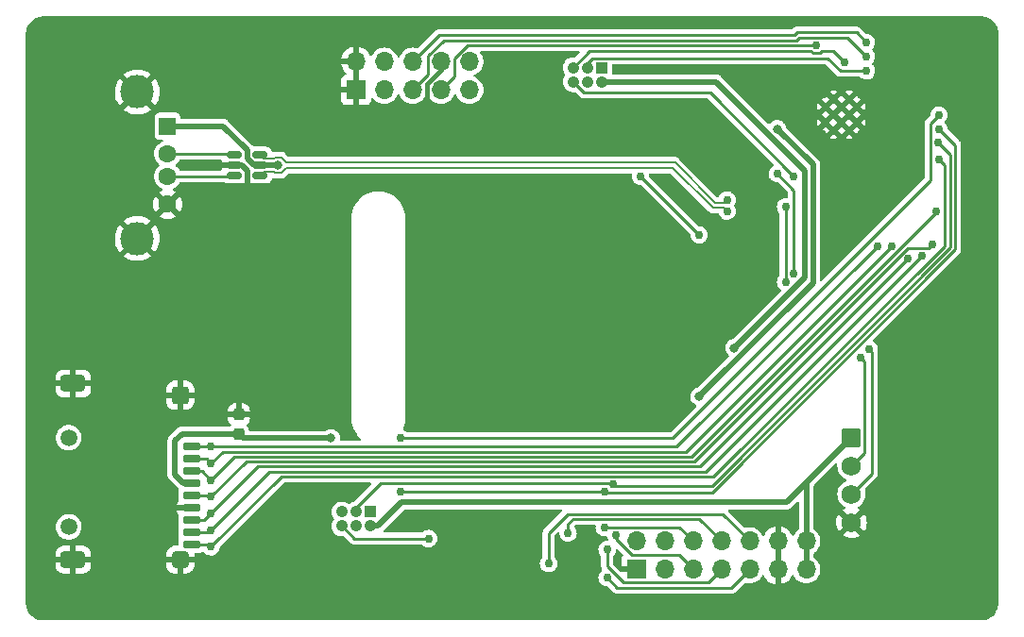
<source format=gbl>
%TF.GenerationSoftware,KiCad,Pcbnew,(6.0.10)*%
%TF.CreationDate,2022-12-31T20:59:50+01:00*%
%TF.ProjectId,ESPreen,45535072-6565-46e2-9e6b-696361645f70,0*%
%TF.SameCoordinates,Original*%
%TF.FileFunction,Copper,L2,Bot*%
%TF.FilePolarity,Positive*%
%FSLAX46Y46*%
G04 Gerber Fmt 4.6, Leading zero omitted, Abs format (unit mm)*
G04 Created by KiCad (PCBNEW (6.0.10)) date 2022-12-31 20:59:50*
%MOMM*%
%LPD*%
G01*
G04 APERTURE LIST*
G04 Aperture macros list*
%AMRoundRect*
0 Rectangle with rounded corners*
0 $1 Rounding radius*
0 $2 $3 $4 $5 $6 $7 $8 $9 X,Y pos of 4 corners*
0 Add a 4 corners polygon primitive as box body*
4,1,4,$2,$3,$4,$5,$6,$7,$8,$9,$2,$3,0*
0 Add four circle primitives for the rounded corners*
1,1,$1+$1,$2,$3*
1,1,$1+$1,$4,$5*
1,1,$1+$1,$6,$7*
1,1,$1+$1,$8,$9*
0 Add four rect primitives between the rounded corners*
20,1,$1+$1,$2,$3,$4,$5,0*
20,1,$1+$1,$4,$5,$6,$7,0*
20,1,$1+$1,$6,$7,$8,$9,0*
20,1,$1+$1,$8,$9,$2,$3,0*%
G04 Aperture macros list end*
%TA.AperFunction,SMDPad,CuDef*%
%ADD10RoundRect,0.237500X0.237500X-0.300000X0.237500X0.300000X-0.237500X0.300000X-0.237500X-0.300000X0*%
%TD*%
%TA.AperFunction,ComponentPad*%
%ADD11R,1.050000X1.050000*%
%TD*%
%TA.AperFunction,ComponentPad*%
%ADD12C,1.050000*%
%TD*%
%TA.AperFunction,HeatsinkPad*%
%ADD13C,0.500000*%
%TD*%
%TA.AperFunction,ComponentPad*%
%ADD14R,1.700000X1.700000*%
%TD*%
%TA.AperFunction,ComponentPad*%
%ADD15O,1.700000X1.700000*%
%TD*%
%TA.AperFunction,ComponentPad*%
%ADD16RoundRect,0.250000X-0.620000X0.620000X-0.620000X-0.620000X0.620000X-0.620000X0.620000X0.620000X0*%
%TD*%
%TA.AperFunction,ComponentPad*%
%ADD17C,1.740000*%
%TD*%
%TA.AperFunction,ComponentPad*%
%ADD18R,1.500000X1.600000*%
%TD*%
%TA.AperFunction,ComponentPad*%
%ADD19C,1.600000*%
%TD*%
%TA.AperFunction,ComponentPad*%
%ADD20C,3.000000*%
%TD*%
%TA.AperFunction,WasherPad*%
%ADD21C,1.500000*%
%TD*%
%TA.AperFunction,SMDPad,CuDef*%
%ADD22RoundRect,0.140000X0.660000X-0.210000X0.660000X0.210000X-0.660000X0.210000X-0.660000X-0.210000X0*%
%TD*%
%TA.AperFunction,SMDPad,CuDef*%
%ADD23RoundRect,0.300000X0.450000X-0.450000X0.450000X0.450000X-0.450000X0.450000X-0.450000X-0.450000X0*%
%TD*%
%TA.AperFunction,SMDPad,CuDef*%
%ADD24RoundRect,0.300000X0.800000X-0.450000X0.800000X0.450000X-0.800000X0.450000X-0.800000X-0.450000X0*%
%TD*%
%TA.AperFunction,SMDPad,CuDef*%
%ADD25RoundRect,0.300000X0.450000X-0.500000X0.450000X0.500000X-0.450000X0.500000X-0.450000X-0.500000X0*%
%TD*%
%TA.AperFunction,SMDPad,CuDef*%
%ADD26RoundRect,0.150000X-0.512500X-0.150000X0.512500X-0.150000X0.512500X0.150000X-0.512500X0.150000X0*%
%TD*%
%TA.AperFunction,ViaPad*%
%ADD27C,0.800000*%
%TD*%
%TA.AperFunction,ViaPad*%
%ADD28C,0.750000*%
%TD*%
%TA.AperFunction,Conductor*%
%ADD29C,0.250000*%
%TD*%
%TA.AperFunction,Conductor*%
%ADD30C,0.500000*%
%TD*%
%TA.AperFunction,Conductor*%
%ADD31C,0.400000*%
%TD*%
%TA.AperFunction,Conductor*%
%ADD32C,0.200000*%
%TD*%
G04 APERTURE END LIST*
D10*
%TO.P,C9,1*%
%TO.N,+3.3V*%
X127500000Y-102862500D03*
%TO.P,C9,2*%
%TO.N,GND*%
X127500000Y-101137500D03*
%TD*%
D11*
%TO.P,J6,1,Pin_1*%
%TO.N,EN*%
X160000000Y-70000000D03*
D12*
%TO.P,J6,2,Pin_2*%
%TO.N,+5V*%
X160000000Y-71270000D03*
%TO.P,J6,3,Pin_3*%
%TO.N,TXD0*%
X158730000Y-70000000D03*
%TO.P,J6,4,Pin_4*%
%TO.N,GND*%
X158730000Y-71270000D03*
%TO.P,J6,5,Pin_5*%
%TO.N,RXD0*%
X157460000Y-70000000D03*
%TO.P,J6,6,Pin_6*%
%TO.N,SD_CMD*%
X157460000Y-71270000D03*
%TD*%
D13*
%TO.P,IC1,41,GND*%
%TO.N,GND*%
X182200000Y-74210000D03*
X180800000Y-72810000D03*
X181500000Y-74910000D03*
X182900000Y-73510000D03*
X181500000Y-73510000D03*
X182900000Y-74910000D03*
X180100000Y-74910000D03*
X180800000Y-74210000D03*
X182200000Y-72810000D03*
X182200000Y-75610000D03*
X180800000Y-75610000D03*
X180100000Y-73510000D03*
%TD*%
D11*
%TO.P,J3,1,Pin_1*%
%TO.N,DBG_C2D*%
X139270000Y-109865000D03*
D12*
%TO.P,J3,2,Pin_2*%
%TO.N,+5V*%
X139270000Y-111135000D03*
%TO.P,J3,3,Pin_3*%
%TO.N,TCH_TX*%
X138000000Y-109865000D03*
%TO.P,J3,4,Pin_4*%
%TO.N,GND*%
X138000000Y-111135000D03*
%TO.P,J3,5,Pin_5*%
%TO.N,TCH_RX*%
X136730000Y-109865000D03*
%TO.P,J3,6,Pin_6*%
%TO.N,DBG_C2CK*%
X136730000Y-111135000D03*
%TD*%
D14*
%TO.P,J2,1,Pin_1*%
%TO.N,GND*%
X163125000Y-115025000D03*
D15*
%TO.P,J2,2,Pin_2*%
X163125000Y-112485000D03*
%TO.P,J2,3,Pin_3*%
%TO.N,+3.3V*%
X165665000Y-115025000D03*
%TO.P,J2,4,Pin_4*%
X165665000Y-112485000D03*
%TO.P,J2,5,Pin_5*%
%TO.N,P0.6*%
X168205000Y-115025000D03*
%TO.P,J2,6,Pin_6*%
%TO.N,P0.7*%
X168205000Y-112485000D03*
%TO.P,J2,7,Pin_7*%
%TO.N,P1.0*%
X170745000Y-115025000D03*
%TO.P,J2,8,Pin_8*%
%TO.N,P1.1*%
X170745000Y-112485000D03*
%TO.P,J2,9,Pin_9*%
%TO.N,P1.2*%
X173285000Y-115025000D03*
%TO.P,J2,10,Pin_10*%
%TO.N,P1.3*%
X173285000Y-112485000D03*
%TO.P,J2,11,Pin_11*%
%TO.N,GND*%
X175825000Y-115025000D03*
%TO.P,J2,12,Pin_12*%
X175825000Y-112485000D03*
%TO.P,J2,13,Pin_13*%
%TO.N,+5V*%
X178365000Y-115025000D03*
%TO.P,J2,14,Pin_14*%
X178365000Y-112485000D03*
%TD*%
D16*
%TO.P,J7,1,Pin_1*%
%TO.N,+5V*%
X182402500Y-103190000D03*
D17*
%TO.P,J7,2,Pin_2*%
%TO.N,TXD1*%
X182402500Y-105730000D03*
%TO.P,J7,3,Pin_3*%
%TO.N,RXD1*%
X182402500Y-108270000D03*
%TO.P,J7,4,Pin_4*%
%TO.N,GND*%
X182402500Y-110810000D03*
%TD*%
D14*
%TO.P,J4,1,Pin_1*%
%TO.N,GND*%
X138000000Y-72000000D03*
D15*
%TO.P,J4,2,Pin_2*%
X138000000Y-69460000D03*
%TO.P,J4,3,Pin_3*%
%TO.N,+3.3V*%
X140540000Y-72000000D03*
%TO.P,J4,4,Pin_4*%
X140540000Y-69460000D03*
%TO.P,J4,5,Pin_5*%
%TO.N,IO2*%
X143080000Y-72000000D03*
%TO.P,J4,6,Pin_6*%
%TO.N,IO1*%
X143080000Y-69460000D03*
%TO.P,J4,7,Pin_7*%
%TO.N,IO42*%
X145620000Y-72000000D03*
%TO.P,J4,8,Pin_8*%
%TO.N,GND*%
X145620000Y-69460000D03*
%TO.P,J4,9,Pin_9*%
%TO.N,+5V*%
X148160000Y-72000000D03*
%TO.P,J4,10,Pin_10*%
X148160000Y-69460000D03*
%TD*%
D18*
%TO.P,J1,1,VBUS*%
%TO.N,+5V*%
X121110000Y-75250000D03*
D19*
%TO.P,J1,2,D-*%
%TO.N,Net-(J1-Pad2)*%
X121110000Y-77750000D03*
%TO.P,J1,3,D+*%
%TO.N,Net-(J1-Pad3)*%
X121110000Y-79750000D03*
%TO.P,J1,4,GND*%
%TO.N,GND*%
X121110000Y-82250000D03*
D20*
%TO.P,J1,5,Shield*%
X118400000Y-85320000D03*
X118400000Y-72180000D03*
%TD*%
D21*
%TO.P,J5,*%
%TO.N,*%
X112250000Y-111200000D03*
X112250000Y-103200000D03*
D22*
%TO.P,J5,1,DAT2*%
%TO.N,SD_D2*%
X123250000Y-104000000D03*
%TO.P,J5,2,DAT3/CD*%
%TO.N,SD_D3*%
X123250000Y-105100000D03*
%TO.P,J5,3,CMD*%
%TO.N,SD_CMD*%
X123250000Y-106200000D03*
%TO.P,J5,4,VDD*%
%TO.N,+3.3V*%
X123250000Y-107300000D03*
%TO.P,J5,5,CLK*%
%TO.N,SD_CLK*%
X123250000Y-108400000D03*
%TO.P,J5,6,VSS*%
%TO.N,GND*%
X123250000Y-109500000D03*
%TO.P,J5,7,DAT0*%
%TO.N,SD_D0*%
X123250000Y-110600000D03*
%TO.P,J5,8,DAT1*%
%TO.N,SD_D1*%
X123250000Y-111700000D03*
D23*
%TO.P,J5,9,DET_B*%
%TO.N,GND*%
X122250000Y-114150000D03*
D22*
%TO.P,J5,10,DET_A*%
%TO.N,SD_CD*%
X123250000Y-112800000D03*
D24*
%TO.P,J5,11,SHIELD*%
%TO.N,GND*%
X112650000Y-98350000D03*
D25*
X122250000Y-99400000D03*
D24*
X112650000Y-114150000D03*
%TD*%
D26*
%TO.P,U3,6,I/O1*%
%TO.N,USB_D+*%
X129387500Y-79700000D03*
%TO.P,U3,5,VBUS*%
%TO.N,+5V*%
X129387500Y-78750000D03*
%TO.P,U3,4,I/O2*%
%TO.N,USB_D-*%
X129387500Y-77800000D03*
%TO.P,U3,3,I/O2*%
%TO.N,Net-(J1-Pad2)*%
X127112500Y-77800000D03*
%TO.P,U3,2,GND*%
%TO.N,GND*%
X127112500Y-78750000D03*
%TO.P,U3,1,I/O1*%
%TO.N,Net-(J1-Pad3)*%
X127112500Y-79700000D03*
%TD*%
D27*
%TO.N,+5V*%
X131000000Y-78750000D03*
X171899312Y-95149312D03*
D28*
%TO.N,GND*%
X151250000Y-110250000D03*
X147500000Y-101250000D03*
X147500000Y-88500000D03*
X154000000Y-72000000D03*
X145750000Y-101250000D03*
X147500000Y-92500000D03*
X154000000Y-70000000D03*
X147500000Y-96500000D03*
X152000000Y-70000000D03*
X152000000Y-72000000D03*
X125500000Y-78750000D03*
D27*
%TO.N,+3.3V*%
X168750000Y-99500000D03*
X135750000Y-103250000D03*
X175750000Y-75500000D03*
D28*
%TO.N,SD_ON*%
X142000000Y-103250000D03*
X190250000Y-74250000D03*
%TO.N,SD_D2*%
X184750000Y-86000000D03*
X125000000Y-104000000D03*
%TO.N,SD_D3*%
X186000000Y-86000000D03*
X125000000Y-105500000D03*
%TO.N,SD_CMD*%
X190000500Y-82925498D03*
X125000000Y-107000000D03*
X177250000Y-79750000D03*
%TO.N,SD_CLK*%
X189625000Y-85875000D03*
X125000000Y-108500000D03*
%TO.N,SD_D0*%
X125000000Y-110000000D03*
X187445000Y-87170590D03*
%TO.N,SD_D1*%
X188715000Y-86890540D03*
X125000000Y-111500000D03*
%TO.N,TXD1*%
X183250000Y-96000000D03*
X176500000Y-82500000D03*
X176500000Y-89250000D03*
%TO.N,RXD1*%
X184000000Y-95250000D03*
X177250000Y-88500000D03*
X175750000Y-79500000D03*
%TO.N,USB_D-*%
X171250000Y-81865000D03*
%TO.N,USB_D+*%
X171250000Y-82865000D03*
%TO.N,TFT_BL*%
X163500000Y-79750000D03*
X168750000Y-85000000D03*
%TO.N,SD_CD*%
X190250000Y-78250000D03*
X125000000Y-113000000D03*
%TO.N,TCH_TX*%
X161000000Y-107399500D03*
X190199500Y-76750000D03*
%TO.N,TCH_RX*%
X142000000Y-108024000D03*
X160250000Y-108024500D03*
X190250000Y-75500000D03*
%TO.N,IO42*%
X179250000Y-68000000D03*
%TO.N,RXD0*%
X181750000Y-69500000D03*
%TO.N,TXD0*%
X183750000Y-70300000D03*
%TO.N,DBG_C2CK*%
X144500000Y-112250000D03*
%TO.N,P0.6*%
X161273629Y-111949500D03*
%TO.N,P1.0*%
X160500000Y-113250000D03*
%TO.N,P1.2*%
X160500000Y-115750000D03*
%TO.N,P0.7*%
X160250000Y-111250000D03*
%TO.N,P1.1*%
X157000000Y-111750000D03*
%TO.N,P1.3*%
X155250000Y-114500000D03*
%TO.N,IO2*%
X183750000Y-69000000D03*
%TO.N,IO1*%
X183750000Y-67750000D03*
%TD*%
D29*
%TO.N,Net-(J1-Pad3)*%
X124750000Y-79750000D02*
X121110000Y-79750000D01*
X127062500Y-79750000D02*
X124750000Y-79750000D01*
%TO.N,Net-(J1-Pad2)*%
X124750000Y-77750000D02*
X121110000Y-77750000D01*
X127062500Y-77750000D02*
X124750000Y-77750000D01*
D30*
%TO.N,+5V*%
X142112106Y-109000000D02*
X139977106Y-111135000D01*
X139977106Y-111135000D02*
X139270000Y-111135000D01*
X176592500Y-109000000D02*
X142112106Y-109000000D01*
X178365000Y-107227500D02*
X176592500Y-109000000D01*
%TO.N,+3.3V*%
X127887500Y-103250000D02*
X135750000Y-103250000D01*
X127500000Y-102862500D02*
X127887500Y-103250000D01*
X122387500Y-102862500D02*
X127500000Y-102862500D01*
X122550000Y-107300000D02*
X121750000Y-106500000D01*
X121750000Y-106500000D02*
X121750000Y-103500000D01*
X123250000Y-107300000D02*
X122550000Y-107300000D01*
X121750000Y-103500000D02*
X122387500Y-102862500D01*
D29*
%TO.N,RXD0*%
X158960000Y-68500000D02*
X157460000Y-70000000D01*
%TO.N,TXD0*%
X158730000Y-69570000D02*
X158730000Y-70000000D01*
X159150000Y-69150000D02*
X158730000Y-69570000D01*
X183750000Y-70300000D02*
X181425000Y-70300000D01*
X181425000Y-70300000D02*
X180275000Y-69150000D01*
X180275000Y-69150000D02*
X159150000Y-69150000D01*
%TO.N,RXD0*%
X178760050Y-68500000D02*
X158960000Y-68500000D01*
X179539950Y-68700000D02*
X178960050Y-68700000D01*
X179739950Y-68500000D02*
X179539950Y-68700000D01*
X180750000Y-68500000D02*
X179739950Y-68500000D01*
X178960050Y-68700000D02*
X178760050Y-68500000D01*
X181750000Y-69500000D02*
X180750000Y-68500000D01*
%TO.N,SD_CMD*%
X158440000Y-72250000D02*
X157460000Y-71270000D01*
X169750000Y-72250000D02*
X158440000Y-72250000D01*
X177250000Y-79750000D02*
X169750000Y-72250000D01*
D30*
%TO.N,+5V*%
X160000000Y-71270000D02*
X170270000Y-71270000D01*
X128250000Y-78173528D02*
X128250000Y-77426472D01*
X128826472Y-78750000D02*
X128250000Y-78173528D01*
X129387500Y-78750000D02*
X128826472Y-78750000D01*
X178365000Y-107227500D02*
X178365000Y-115025000D01*
X182402500Y-103190000D02*
X178365000Y-107227500D01*
X129387500Y-78750000D02*
X131000000Y-78750000D01*
X178250000Y-88798624D02*
X171899312Y-95149312D01*
X128161764Y-77338236D02*
X126073528Y-75250000D01*
X128250000Y-77426472D02*
X128161764Y-77338236D01*
X178250000Y-79250000D02*
X178250000Y-88798624D01*
X126073528Y-75250000D02*
X121110000Y-75250000D01*
X170270000Y-71270000D02*
X178250000Y-79250000D01*
D31*
%TO.N,GND*%
X145620000Y-70202462D02*
X144330000Y-71492462D01*
X145620000Y-69460000D02*
X145620000Y-70202462D01*
D30*
X127112500Y-78750000D02*
X127750000Y-78750000D01*
D31*
X144330000Y-71492462D02*
X144330000Y-73170000D01*
D30*
X128250000Y-79250000D02*
X128250000Y-80500000D01*
X127750000Y-78750000D02*
X128250000Y-79250000D01*
%TO.N,+3.3V*%
X178949501Y-89300499D02*
X168750000Y-99500000D01*
X178949501Y-78699501D02*
X178949501Y-89300499D01*
X175750000Y-75500000D02*
X178949501Y-78699501D01*
D29*
%TO.N,SD_ON*%
X166375000Y-103250000D02*
X189500000Y-80125000D01*
X189500000Y-75000000D02*
X190250000Y-74250000D01*
X142000000Y-103250000D02*
X166375000Y-103250000D01*
X189500000Y-80125000D02*
X189500000Y-75000000D01*
%TO.N,SD_D2*%
X131000000Y-104000000D02*
X166750000Y-104000000D01*
X123250000Y-104000000D02*
X131000000Y-104000000D01*
X166750000Y-104000000D02*
X184750000Y-86000000D01*
%TO.N,SD_D3*%
X123250000Y-105100000D02*
X124600000Y-105100000D01*
X167550000Y-104450000D02*
X186000000Y-86000000D01*
X125000000Y-105500000D02*
X126050000Y-104450000D01*
X124600000Y-105100000D02*
X125000000Y-105500000D01*
X126050000Y-104450000D02*
X167550000Y-104450000D01*
%TO.N,SD_CMD*%
X123250000Y-106200000D02*
X124200000Y-106200000D01*
X124200000Y-106200000D02*
X125000000Y-107000000D01*
X125000000Y-107000000D02*
X127100000Y-104900000D01*
X127100000Y-104900000D02*
X168089950Y-104900000D01*
X168089950Y-104900000D02*
X190000500Y-82989450D01*
X190000500Y-82989450D02*
X190000500Y-82925498D01*
%TO.N,SD_CLK*%
X125000000Y-108500000D02*
X128150000Y-105350000D01*
X128150000Y-105350000D02*
X168276346Y-105350000D01*
X123250000Y-108400000D02*
X124900000Y-108400000D01*
X187435806Y-86190540D02*
X189309460Y-86190540D01*
X124900000Y-108400000D02*
X125000000Y-108500000D01*
X168276346Y-105350000D02*
X187435806Y-86190540D01*
X189309460Y-86190540D02*
X189625000Y-85875000D01*
%TO.N,SD_D0*%
X129200000Y-105800000D02*
X168815590Y-105800000D01*
X125000000Y-110000000D02*
X129200000Y-105800000D01*
X123250000Y-110600000D02*
X124400000Y-110600000D01*
X168815590Y-105800000D02*
X187445000Y-87170590D01*
X124400000Y-110600000D02*
X125000000Y-110000000D01*
%TO.N,SD_D1*%
X130250000Y-106250000D02*
X169355540Y-106250000D01*
X124800000Y-111700000D02*
X125000000Y-111500000D01*
X123250000Y-111700000D02*
X124800000Y-111700000D01*
X169355540Y-106250000D02*
X188715000Y-86890540D01*
X125000000Y-111500000D02*
X130250000Y-106250000D01*
%TO.N,TXD1*%
X183250000Y-96000000D02*
X183597500Y-96347500D01*
X176500000Y-89250000D02*
X176500000Y-82500000D01*
X183597500Y-96347500D02*
X183597500Y-104535000D01*
X183597500Y-104535000D02*
X182402500Y-105730000D01*
%TO.N,RXD1*%
X184250000Y-95500000D02*
X184250000Y-106422500D01*
X177250000Y-81000000D02*
X177250000Y-88500000D01*
X184000000Y-95250000D02*
X184250000Y-95500000D01*
X184250000Y-106422500D02*
X182402500Y-108270000D01*
X175750000Y-79500000D02*
X177250000Y-81000000D01*
D32*
%TO.N,USB_D-*%
X130710050Y-78050000D02*
X130610050Y-78150000D01*
X129737500Y-78150000D02*
X129387500Y-77800000D01*
X170975001Y-82139999D02*
X170208199Y-82139999D01*
X131289950Y-78050000D02*
X130710050Y-78050000D01*
X130610050Y-78150000D02*
X129737500Y-78150000D01*
X131764949Y-78524999D02*
X131289950Y-78050000D01*
X171250000Y-81865000D02*
X170975001Y-82139999D01*
X166593199Y-78524999D02*
X131764949Y-78524999D01*
X170208199Y-82139999D02*
X166593199Y-78524999D01*
%TO.N,USB_D+*%
X131764949Y-78975001D02*
X131289950Y-79450000D01*
X170021801Y-82590001D02*
X166406801Y-78975001D01*
X171250000Y-82865000D02*
X170975001Y-82590001D01*
X131289950Y-79450000D02*
X130710050Y-79450000D01*
X129737500Y-79350000D02*
X129387500Y-79700000D01*
X166406801Y-78975001D02*
X131764949Y-78975001D01*
X130610050Y-79350000D02*
X129737500Y-79350000D01*
X170975001Y-82590001D02*
X170021801Y-82590001D01*
X130710050Y-79450000D02*
X130610050Y-79350000D01*
D29*
%TO.N,TFT_BL*%
X168750000Y-85000000D02*
X163500000Y-79750000D01*
%TO.N,SD_CD*%
X190750000Y-86000000D02*
X190750000Y-78750000D01*
X123250000Y-112800000D02*
X124800000Y-112800000D01*
X125000000Y-113000000D02*
X131300000Y-106700000D01*
X170050000Y-106700000D02*
X190750000Y-86000000D01*
X190750000Y-78750000D02*
X190250000Y-78250000D01*
X131300000Y-106700000D02*
X170050000Y-106700000D01*
X124800000Y-112800000D02*
X125000000Y-113000000D01*
%TO.N,TCH_TX*%
X191250000Y-86136396D02*
X191250000Y-77800500D01*
X138000000Y-109865000D02*
X138000000Y-109500000D01*
X169886396Y-107500000D02*
X191250000Y-86136396D01*
X161100500Y-107500000D02*
X169886396Y-107500000D01*
X138000000Y-109500000D02*
X140175500Y-107324500D01*
X160925000Y-107324500D02*
X161000000Y-107399500D01*
X161000000Y-107399500D02*
X161100500Y-107500000D01*
X140175500Y-107324500D02*
X160925000Y-107324500D01*
X191250000Y-77800500D02*
X190199500Y-76750000D01*
%TO.N,TCH_RX*%
X160325000Y-108099500D02*
X169923292Y-108099500D01*
X160250000Y-108024500D02*
X160325000Y-108099500D01*
X191700000Y-76950000D02*
X190250000Y-75500000D01*
X191700000Y-86322792D02*
X191700000Y-76950000D01*
X142000500Y-108024500D02*
X142000000Y-108024000D01*
X169923292Y-108099500D02*
X191700000Y-86322792D01*
X160250000Y-108024500D02*
X142000500Y-108024500D01*
%TO.N,IO42*%
X146795000Y-70825000D02*
X145620000Y-72000000D01*
X146795000Y-69163299D02*
X146795000Y-70825000D01*
X179250000Y-68000000D02*
X147958299Y-68000000D01*
X147958299Y-68000000D02*
X146795000Y-69163299D01*
%TO.N,Net-(J1-Pad2)*%
X127112500Y-77800000D02*
X127062500Y-77750000D01*
%TO.N,Net-(J1-Pad3)*%
X127112500Y-79700000D02*
X127062500Y-79750000D01*
%TO.N,DBG_C2CK*%
X144500000Y-112250000D02*
X137845000Y-112250000D01*
X137845000Y-112250000D02*
X136730000Y-111135000D01*
%TO.N,P0.6*%
X161273629Y-112295330D02*
X162728299Y-113750000D01*
X166930000Y-113750000D02*
X168205000Y-115025000D01*
X162728299Y-113750000D02*
X166930000Y-113750000D01*
X161273629Y-111949500D02*
X161273629Y-112295330D01*
%TO.N,P1.0*%
X161950000Y-116200000D02*
X169570000Y-116200000D01*
X160500000Y-113250000D02*
X160500000Y-114750000D01*
X169570000Y-116200000D02*
X170745000Y-115025000D01*
X160500000Y-114750000D02*
X161950000Y-116200000D01*
%TO.N,P1.2*%
X161400000Y-116650000D02*
X171660000Y-116650000D01*
X171660000Y-116650000D02*
X173285000Y-115025000D01*
X160500000Y-115750000D02*
X161400000Y-116650000D01*
%TO.N,P0.7*%
X160250000Y-111250000D02*
X166970000Y-111250000D01*
X166970000Y-111250000D02*
X168205000Y-112485000D01*
%TO.N,P1.1*%
X157000000Y-110942845D02*
X157442845Y-110500000D01*
X157000000Y-111750000D02*
X157000000Y-110942845D01*
X168760000Y-110500000D02*
X170745000Y-112485000D01*
X157442845Y-110500000D02*
X168760000Y-110500000D01*
%TO.N,P1.3*%
X156960050Y-110050000D02*
X170850000Y-110050000D01*
X170850000Y-110050000D02*
X173285000Y-112485000D01*
X155250000Y-114500000D02*
X155250000Y-111760050D01*
X155250000Y-111760050D02*
X156960050Y-110050000D01*
%TO.N,IO2*%
X144445000Y-70635000D02*
X143080000Y-72000000D01*
X177500000Y-67550000D02*
X145868299Y-67550000D01*
X145868299Y-67550000D02*
X144445000Y-68973299D01*
X144445000Y-68973299D02*
X144445000Y-70635000D01*
X183750000Y-69000000D02*
X182050000Y-67300000D01*
X177750000Y-67300000D02*
X177500000Y-67550000D01*
X182050000Y-67300000D02*
X177750000Y-67300000D01*
%TO.N,IO1*%
X145440000Y-67100000D02*
X143080000Y-69460000D01*
X177313604Y-67100000D02*
X145440000Y-67100000D01*
X177563604Y-66850000D02*
X177313604Y-67100000D01*
X183750000Y-67750000D02*
X182850000Y-66850000D01*
X182850000Y-66850000D02*
X177563604Y-66850000D01*
%TD*%
%TA.AperFunction,Conductor*%
%TO.N,GND*%
G36*
X193976177Y-65401719D02*
G01*
X194000000Y-65405492D01*
X194010495Y-65403830D01*
X194033040Y-65402863D01*
X194134949Y-65410152D01*
X194220569Y-65416276D01*
X194234550Y-65418286D01*
X194443715Y-65463787D01*
X194457268Y-65467767D01*
X194657825Y-65542571D01*
X194670674Y-65548439D01*
X194858534Y-65651018D01*
X194870416Y-65658654D01*
X195041781Y-65786936D01*
X195052457Y-65796186D01*
X195203814Y-65947543D01*
X195213064Y-65958219D01*
X195341346Y-66129584D01*
X195348981Y-66141465D01*
X195447668Y-66322196D01*
X195451561Y-66329326D01*
X195457429Y-66342175D01*
X195532233Y-66542732D01*
X195536213Y-66556285D01*
X195581714Y-66765450D01*
X195583724Y-66779431D01*
X195595989Y-66950904D01*
X195597137Y-66966958D01*
X195596170Y-66989505D01*
X195594508Y-67000000D01*
X195595727Y-67007697D01*
X195598281Y-67023822D01*
X195599500Y-67039309D01*
X195599500Y-117960691D01*
X195598281Y-117976177D01*
X195594508Y-118000000D01*
X195596170Y-118010495D01*
X195597137Y-118033042D01*
X195583724Y-118220569D01*
X195581714Y-118234550D01*
X195536213Y-118443715D01*
X195532233Y-118457268D01*
X195457429Y-118657825D01*
X195451561Y-118670674D01*
X195348982Y-118858534D01*
X195341346Y-118870416D01*
X195213064Y-119041781D01*
X195203814Y-119052457D01*
X195052457Y-119203814D01*
X195041781Y-119213064D01*
X194870416Y-119341346D01*
X194858534Y-119348982D01*
X194670674Y-119451561D01*
X194657825Y-119457429D01*
X194457268Y-119532233D01*
X194443715Y-119536213D01*
X194234550Y-119581714D01*
X194220569Y-119583724D01*
X194134949Y-119589848D01*
X194033040Y-119597137D01*
X194010495Y-119596170D01*
X194000000Y-119594508D01*
X193978287Y-119597947D01*
X193976178Y-119598281D01*
X193960691Y-119599500D01*
X110039309Y-119599500D01*
X110023822Y-119598281D01*
X110021714Y-119597947D01*
X110000000Y-119594508D01*
X109989505Y-119596170D01*
X109966960Y-119597137D01*
X109865051Y-119589848D01*
X109779431Y-119583724D01*
X109765450Y-119581714D01*
X109556285Y-119536213D01*
X109542732Y-119532233D01*
X109342175Y-119457429D01*
X109329326Y-119451561D01*
X109141466Y-119348982D01*
X109129584Y-119341346D01*
X108958219Y-119213064D01*
X108947543Y-119203814D01*
X108796186Y-119052457D01*
X108786936Y-119041781D01*
X108658654Y-118870416D01*
X108651018Y-118858534D01*
X108548439Y-118670674D01*
X108542571Y-118657825D01*
X108467767Y-118457268D01*
X108463787Y-118443715D01*
X108418286Y-118234550D01*
X108416276Y-118220569D01*
X108402863Y-118033042D01*
X108403830Y-118010495D01*
X108405492Y-118000000D01*
X108401719Y-117976177D01*
X108400500Y-117960691D01*
X108400500Y-114687257D01*
X111042001Y-114687257D01*
X111042065Y-114689471D01*
X111043220Y-114697545D01*
X111081809Y-114864698D01*
X111085459Y-114875062D01*
X111159541Y-115028308D01*
X111165403Y-115037616D01*
X111271583Y-115170625D01*
X111279375Y-115178417D01*
X111412384Y-115284597D01*
X111421692Y-115290459D01*
X111574938Y-115364541D01*
X111585302Y-115368191D01*
X111752463Y-115406782D01*
X111760519Y-115407936D01*
X111762751Y-115408000D01*
X112380320Y-115408000D01*
X112393005Y-115403878D01*
X112396000Y-115399757D01*
X112396000Y-115392319D01*
X112904000Y-115392319D01*
X112908122Y-115405004D01*
X112912243Y-115407999D01*
X113537257Y-115407999D01*
X113539471Y-115407935D01*
X113547545Y-115406780D01*
X113714698Y-115368191D01*
X113725062Y-115364541D01*
X113878308Y-115290459D01*
X113887616Y-115284597D01*
X114020625Y-115178417D01*
X114028417Y-115170625D01*
X114134597Y-115037616D01*
X114140459Y-115028308D01*
X114214541Y-114875062D01*
X114218191Y-114864698D01*
X114256782Y-114697537D01*
X114257936Y-114689481D01*
X114258000Y-114687257D01*
X120992001Y-114687257D01*
X120992065Y-114689471D01*
X120993220Y-114697545D01*
X121031809Y-114864698D01*
X121035459Y-114875062D01*
X121109541Y-115028308D01*
X121115403Y-115037616D01*
X121221583Y-115170625D01*
X121229375Y-115178417D01*
X121362384Y-115284597D01*
X121371692Y-115290459D01*
X121524938Y-115364541D01*
X121535302Y-115368191D01*
X121702463Y-115406782D01*
X121710519Y-115407936D01*
X121712751Y-115408000D01*
X121980320Y-115408000D01*
X121993005Y-115403878D01*
X121996000Y-115399757D01*
X121996000Y-115392319D01*
X122504000Y-115392319D01*
X122508122Y-115405004D01*
X122512243Y-115407999D01*
X122787257Y-115407999D01*
X122789471Y-115407935D01*
X122797545Y-115406780D01*
X122964698Y-115368191D01*
X122975062Y-115364541D01*
X123128308Y-115290459D01*
X123137616Y-115284597D01*
X123270625Y-115178417D01*
X123278417Y-115170625D01*
X123384597Y-115037616D01*
X123390459Y-115028308D01*
X123464541Y-114875062D01*
X123468191Y-114864698D01*
X123506782Y-114697537D01*
X123507936Y-114689481D01*
X123508000Y-114687249D01*
X123508000Y-114419680D01*
X123503878Y-114406995D01*
X123499757Y-114404000D01*
X122519680Y-114404000D01*
X122506995Y-114408122D01*
X122504000Y-114412243D01*
X122504000Y-115392319D01*
X121996000Y-115392319D01*
X121996000Y-114419680D01*
X121991878Y-114406995D01*
X121987757Y-114404000D01*
X121007681Y-114404000D01*
X120994996Y-114408122D01*
X120992001Y-114412243D01*
X120992001Y-114687257D01*
X114258000Y-114687257D01*
X114258000Y-114687249D01*
X114258000Y-114419680D01*
X114253878Y-114406995D01*
X114249757Y-114404000D01*
X112919680Y-114404000D01*
X112906995Y-114408122D01*
X112904000Y-114412243D01*
X112904000Y-115392319D01*
X112396000Y-115392319D01*
X112396000Y-114419680D01*
X112391878Y-114406995D01*
X112387757Y-114404000D01*
X111057681Y-114404000D01*
X111044996Y-114408122D01*
X111042001Y-114412243D01*
X111042001Y-114687257D01*
X108400500Y-114687257D01*
X108400500Y-113880320D01*
X111042000Y-113880320D01*
X111046122Y-113893005D01*
X111050243Y-113896000D01*
X112380320Y-113896000D01*
X112393005Y-113891878D01*
X112396000Y-113887757D01*
X112396000Y-113880320D01*
X112904000Y-113880320D01*
X112908122Y-113893005D01*
X112912243Y-113896000D01*
X114242319Y-113896000D01*
X114255004Y-113891878D01*
X114257999Y-113887757D01*
X114257999Y-113880320D01*
X120992000Y-113880320D01*
X120996122Y-113893005D01*
X121000243Y-113896000D01*
X123492319Y-113896000D01*
X123505004Y-113891878D01*
X123507999Y-113887757D01*
X123507999Y-113649499D01*
X123526906Y-113591308D01*
X123576406Y-113555344D01*
X123606997Y-113550499D01*
X123951994Y-113550499D01*
X123954960Y-113550140D01*
X123954962Y-113550140D01*
X124033827Y-113540597D01*
X124033828Y-113540597D01*
X124040140Y-113539833D01*
X124177828Y-113485319D01*
X124225349Y-113449249D01*
X124233711Y-113442902D01*
X124291493Y-113422781D01*
X124350067Y-113440466D01*
X124375203Y-113467232D01*
X124375448Y-113467043D01*
X124377372Y-113469541D01*
X124378246Y-113470472D01*
X124378825Y-113471429D01*
X124378828Y-113471433D01*
X124381692Y-113476162D01*
X124385534Y-113480141D01*
X124385536Y-113480143D01*
X124430337Y-113526535D01*
X124502550Y-113601314D01*
X124648132Y-113696580D01*
X124811202Y-113757226D01*
X124816688Y-113757958D01*
X124816692Y-113757959D01*
X124971759Y-113778649D01*
X124983656Y-113780236D01*
X124989161Y-113779735D01*
X124989164Y-113779735D01*
X125151412Y-113764969D01*
X125151416Y-113764968D01*
X125156923Y-113764467D01*
X125162184Y-113762758D01*
X125162187Y-113762757D01*
X125262562Y-113730143D01*
X125322390Y-113710704D01*
X125471833Y-113621618D01*
X125518326Y-113577343D01*
X125593814Y-113505457D01*
X125593816Y-113505455D01*
X125597826Y-113501636D01*
X125628478Y-113455502D01*
X125660870Y-113406748D01*
X125694107Y-113356722D01*
X125755889Y-113194079D01*
X125757422Y-113183176D01*
X125779670Y-113024871D01*
X125780103Y-113021790D01*
X125780373Y-113002433D01*
X125800090Y-112944512D01*
X125809359Y-112933810D01*
X131488674Y-107254496D01*
X131543191Y-107226719D01*
X131558678Y-107225500D01*
X139292322Y-107225500D01*
X139350513Y-107244407D01*
X139386477Y-107293907D01*
X139386477Y-107355093D01*
X139362326Y-107394504D01*
X137815016Y-108941815D01*
X137765596Y-108968648D01*
X137712429Y-108979949D01*
X137707695Y-108982057D01*
X137707691Y-108982058D01*
X137676860Y-108995785D01*
X137534701Y-109059078D01*
X137497316Y-109086240D01*
X137423191Y-109140095D01*
X137365000Y-109159002D01*
X137306809Y-109140095D01*
X137232684Y-109086240D01*
X137195299Y-109059078D01*
X137053140Y-108995785D01*
X137022309Y-108982058D01*
X137022305Y-108982057D01*
X137017571Y-108979949D01*
X137012501Y-108978871D01*
X137012500Y-108978871D01*
X136964404Y-108968648D01*
X136827274Y-108939500D01*
X136632726Y-108939500D01*
X136495596Y-108968648D01*
X136447500Y-108978871D01*
X136447499Y-108978871D01*
X136442429Y-108979949D01*
X136437695Y-108982057D01*
X136437691Y-108982058D01*
X136406860Y-108995785D01*
X136264701Y-109059078D01*
X136107308Y-109173431D01*
X136103842Y-109177281D01*
X136103838Y-109177284D01*
X136037596Y-109250854D01*
X135977130Y-109318008D01*
X135879856Y-109486492D01*
X135819738Y-109671518D01*
X135799402Y-109865000D01*
X135819738Y-110058482D01*
X135879856Y-110243508D01*
X135882449Y-110247999D01*
X135971167Y-110401663D01*
X135977130Y-110411992D01*
X135980602Y-110415848D01*
X135996727Y-110433757D01*
X136021613Y-110489653D01*
X136008891Y-110549501D01*
X135996727Y-110566243D01*
X135977130Y-110588008D01*
X135974538Y-110592498D01*
X135974537Y-110592499D01*
X135972348Y-110596290D01*
X135879856Y-110756492D01*
X135819738Y-110941518D01*
X135799402Y-111135000D01*
X135819738Y-111328482D01*
X135879856Y-111513508D01*
X135900102Y-111548575D01*
X135956190Y-111645722D01*
X135977130Y-111681992D01*
X135980602Y-111685848D01*
X136103838Y-111822716D01*
X136103842Y-111822719D01*
X136107308Y-111826569D01*
X136264701Y-111940922D01*
X136308755Y-111960536D01*
X136437691Y-112017942D01*
X136437695Y-112017943D01*
X136442429Y-112020051D01*
X136447499Y-112021129D01*
X136447500Y-112021129D01*
X136482042Y-112028471D01*
X136632726Y-112060500D01*
X136827274Y-112060500D01*
X136832348Y-112059422D01*
X136832353Y-112059421D01*
X136844845Y-112056766D01*
X136905695Y-112063163D01*
X136935430Y-112083599D01*
X137463601Y-112611770D01*
X137466471Y-112614763D01*
X137506884Y-112658712D01*
X137512620Y-112662268D01*
X137512623Y-112662271D01*
X137543039Y-112681129D01*
X137550722Y-112686409D01*
X137584604Y-112712127D01*
X137590879Y-112714612D01*
X137590882Y-112714613D01*
X137599714Y-112718110D01*
X137615433Y-112726015D01*
X137629250Y-112734582D01*
X137635728Y-112736464D01*
X137635730Y-112736465D01*
X137654364Y-112741879D01*
X137670114Y-112746455D01*
X137678920Y-112749470D01*
X137718472Y-112765129D01*
X137725185Y-112765835D01*
X137725191Y-112765836D01*
X137734635Y-112766829D01*
X137751904Y-112770217D01*
X137762529Y-112773304D01*
X137762535Y-112773305D01*
X137767512Y-112774751D01*
X137772682Y-112775131D01*
X137772684Y-112775131D01*
X137775911Y-112775368D01*
X137775918Y-112775368D01*
X137777712Y-112775500D01*
X137811953Y-112775500D01*
X137822299Y-112776042D01*
X137861661Y-112780179D01*
X137881131Y-112776886D01*
X137897640Y-112775500D01*
X143887314Y-112775500D01*
X143945505Y-112794407D01*
X143958528Y-112805729D01*
X144002550Y-112851314D01*
X144007179Y-112854343D01*
X144125560Y-112931809D01*
X144148132Y-112946580D01*
X144311202Y-113007226D01*
X144316688Y-113007958D01*
X144316692Y-113007959D01*
X144471759Y-113028649D01*
X144483656Y-113030236D01*
X144489161Y-113029735D01*
X144489164Y-113029735D01*
X144651412Y-113014969D01*
X144651416Y-113014968D01*
X144656923Y-113014467D01*
X144662184Y-113012758D01*
X144662187Y-113012757D01*
X144748605Y-112984678D01*
X144822390Y-112960704D01*
X144971833Y-112871618D01*
X145067853Y-112780179D01*
X145093814Y-112755457D01*
X145093816Y-112755455D01*
X145097826Y-112751636D01*
X145143037Y-112683589D01*
X145159565Y-112658712D01*
X145194107Y-112606722D01*
X145255889Y-112444079D01*
X145257036Y-112435923D01*
X145279670Y-112274871D01*
X145280103Y-112271790D01*
X145280257Y-112260781D01*
X145280364Y-112253116D01*
X145280364Y-112253108D01*
X145280407Y-112250000D01*
X145273693Y-112190145D01*
X145261630Y-112082599D01*
X145261629Y-112082596D01*
X145261013Y-112077102D01*
X145203796Y-111912797D01*
X145116812Y-111773593D01*
X145114532Y-111769944D01*
X145114531Y-111769943D01*
X145111600Y-111765252D01*
X145003201Y-111656093D01*
X144992902Y-111645722D01*
X144992901Y-111645721D01*
X144989006Y-111641799D01*
X144907094Y-111589816D01*
X144846778Y-111551538D01*
X144846773Y-111551536D01*
X144842108Y-111548575D01*
X144836900Y-111546721D01*
X144836897Y-111546719D01*
X144683416Y-111492067D01*
X144683417Y-111492067D01*
X144678207Y-111490212D01*
X144672720Y-111489558D01*
X144672717Y-111489557D01*
X144510944Y-111470267D01*
X144510941Y-111470267D01*
X144505448Y-111469612D01*
X144332419Y-111487798D01*
X144297593Y-111499654D01*
X144172955Y-111542084D01*
X144172951Y-111542086D01*
X144167719Y-111543867D01*
X144155250Y-111551538D01*
X144024248Y-111632130D01*
X144024246Y-111632132D01*
X144019533Y-111635031D01*
X144015580Y-111638902D01*
X143957036Y-111696233D01*
X143902232Y-111723438D01*
X143887769Y-111724500D01*
X140546560Y-111724500D01*
X140488369Y-111705593D01*
X140452405Y-111656093D01*
X140452405Y-111594907D01*
X140476556Y-111555496D01*
X142352556Y-109679496D01*
X142407073Y-109651719D01*
X142422560Y-109650500D01*
X156377373Y-109650500D01*
X156435564Y-109669407D01*
X156471528Y-109718907D01*
X156471528Y-109780093D01*
X156447377Y-109819504D01*
X154888230Y-111378651D01*
X154885237Y-111381521D01*
X154841288Y-111421934D01*
X154837731Y-111427671D01*
X154818874Y-111458084D01*
X154813592Y-111465769D01*
X154787872Y-111499654D01*
X154785389Y-111505925D01*
X154785388Y-111505927D01*
X154781888Y-111514767D01*
X154773979Y-111530492D01*
X154765418Y-111544300D01*
X154763536Y-111550778D01*
X154753550Y-111585148D01*
X154750530Y-111593968D01*
X154737356Y-111627244D01*
X154737355Y-111627247D01*
X154734871Y-111633522D01*
X154734165Y-111640235D01*
X154734164Y-111640241D01*
X154733171Y-111649685D01*
X154729783Y-111666954D01*
X154726696Y-111677579D01*
X154726695Y-111677585D01*
X154725249Y-111682562D01*
X154724500Y-111692762D01*
X154724500Y-111727004D01*
X154723958Y-111737350D01*
X154719821Y-111776712D01*
X154720946Y-111783362D01*
X154723114Y-111796181D01*
X154724500Y-111812691D01*
X154724500Y-113887515D01*
X154705593Y-113945706D01*
X154694768Y-113958246D01*
X154645228Y-114006760D01*
X154550980Y-114153004D01*
X154491475Y-114316493D01*
X154469669Y-114489104D01*
X154470209Y-114494612D01*
X154470209Y-114494614D01*
X154476751Y-114561327D01*
X154486647Y-114662256D01*
X154488393Y-114667504D01*
X154488393Y-114667505D01*
X154497233Y-114694079D01*
X154541564Y-114827343D01*
X154544429Y-114832074D01*
X154544431Y-114832078D01*
X154628825Y-114971429D01*
X154628828Y-114971433D01*
X154631692Y-114976162D01*
X154635534Y-114980141D01*
X154635536Y-114980143D01*
X154691037Y-115037616D01*
X154752550Y-115101314D01*
X154757179Y-115104343D01*
X154858469Y-115170625D01*
X154898132Y-115196580D01*
X155061202Y-115257226D01*
X155066688Y-115257958D01*
X155066692Y-115257959D01*
X155188080Y-115274155D01*
X155233656Y-115280236D01*
X155239161Y-115279735D01*
X155239164Y-115279735D01*
X155401412Y-115264969D01*
X155401416Y-115264968D01*
X155406923Y-115264467D01*
X155412184Y-115262758D01*
X155412187Y-115262757D01*
X155487793Y-115238191D01*
X155572390Y-115210704D01*
X155721833Y-115121618D01*
X155803048Y-115044278D01*
X155843814Y-115005457D01*
X155843816Y-115005455D01*
X155847826Y-115001636D01*
X155944107Y-114856722D01*
X156005889Y-114694079D01*
X156010362Y-114662256D01*
X156029670Y-114524871D01*
X156030103Y-114521790D01*
X156030407Y-114500000D01*
X156028569Y-114483612D01*
X156011630Y-114332599D01*
X156011629Y-114332596D01*
X156011013Y-114327102D01*
X155953796Y-114162797D01*
X155922826Y-114113234D01*
X155864531Y-114019942D01*
X155864529Y-114019940D01*
X155861600Y-114015252D01*
X155804251Y-113957502D01*
X155776665Y-113902889D01*
X155775500Y-113887744D01*
X155775500Y-112018727D01*
X155794407Y-111960536D01*
X155804496Y-111948723D01*
X156053220Y-111699999D01*
X156107737Y-111672222D01*
X156168169Y-111681793D01*
X156211434Y-111725058D01*
X156221751Y-111760342D01*
X156231320Y-111857932D01*
X156236647Y-111912256D01*
X156238393Y-111917504D01*
X156238393Y-111917505D01*
X156256285Y-111971290D01*
X156291564Y-112077343D01*
X156294429Y-112082074D01*
X156294431Y-112082078D01*
X156378825Y-112221429D01*
X156378828Y-112221433D01*
X156381692Y-112226162D01*
X156385534Y-112230141D01*
X156385536Y-112230143D01*
X156428730Y-112274871D01*
X156502550Y-112351314D01*
X156648132Y-112446580D01*
X156811202Y-112507226D01*
X156816688Y-112507958D01*
X156816692Y-112507959D01*
X156971759Y-112528649D01*
X156983656Y-112530236D01*
X156989161Y-112529735D01*
X156989164Y-112529735D01*
X157151412Y-112514969D01*
X157151416Y-112514968D01*
X157156923Y-112514467D01*
X157162184Y-112512758D01*
X157162187Y-112512757D01*
X157247614Y-112485000D01*
X157322390Y-112460704D01*
X157471833Y-112371618D01*
X157521673Y-112324156D01*
X157593814Y-112255457D01*
X157593816Y-112255455D01*
X157597826Y-112251636D01*
X157694107Y-112106722D01*
X157755889Y-111944079D01*
X157757874Y-111929960D01*
X157779670Y-111774871D01*
X157780103Y-111771790D01*
X157780407Y-111750000D01*
X157775426Y-111705593D01*
X157761630Y-111582599D01*
X157761629Y-111582596D01*
X157761013Y-111577102D01*
X157703796Y-111412797D01*
X157652093Y-111330054D01*
X157614531Y-111269942D01*
X157614529Y-111269940D01*
X157611600Y-111265252D01*
X157586030Y-111239503D01*
X157558442Y-111184890D01*
X157568225Y-111124492D01*
X157586274Y-111099740D01*
X157595870Y-111090145D01*
X157631519Y-111054496D01*
X157686036Y-111026719D01*
X157701522Y-111025500D01*
X159384360Y-111025500D01*
X159442551Y-111044407D01*
X159478515Y-111093907D01*
X159482579Y-111136908D01*
X159478536Y-111168912D01*
X159469669Y-111239104D01*
X159470209Y-111244612D01*
X159470209Y-111244614D01*
X159477124Y-111315132D01*
X159486647Y-111412256D01*
X159488393Y-111417504D01*
X159488393Y-111417505D01*
X159505506Y-111468947D01*
X159541564Y-111577343D01*
X159544429Y-111582074D01*
X159544431Y-111582078D01*
X159628825Y-111721429D01*
X159628828Y-111721433D01*
X159631692Y-111726162D01*
X159752550Y-111851314D01*
X159816683Y-111893281D01*
X159889486Y-111940922D01*
X159898132Y-111946580D01*
X160061202Y-112007226D01*
X160066688Y-112007958D01*
X160066692Y-112007959D01*
X160220428Y-112028471D01*
X160233656Y-112030236D01*
X160239161Y-112029735D01*
X160239164Y-112029735D01*
X160402000Y-112014915D01*
X160461665Y-112028471D01*
X160501967Y-112074507D01*
X160509500Y-112103840D01*
X160510276Y-112111756D01*
X160512022Y-112117004D01*
X160512022Y-112117005D01*
X160523736Y-112152219D01*
X160565193Y-112276843D01*
X160568058Y-112281574D01*
X160568060Y-112281578D01*
X160591299Y-112319949D01*
X160605271Y-112379518D01*
X160581561Y-112435923D01*
X160529225Y-112467618D01*
X160508360Y-112469959D01*
X160505448Y-112469612D01*
X160499948Y-112470190D01*
X160499945Y-112470190D01*
X160400038Y-112480691D01*
X160332419Y-112487798D01*
X160327181Y-112489581D01*
X160327182Y-112489581D01*
X160172955Y-112542084D01*
X160172951Y-112542086D01*
X160167719Y-112543867D01*
X160114577Y-112576560D01*
X160024248Y-112632130D01*
X160024246Y-112632132D01*
X160019533Y-112635031D01*
X159895228Y-112756760D01*
X159800980Y-112903004D01*
X159741475Y-113066493D01*
X159719669Y-113239104D01*
X159720209Y-113244612D01*
X159720209Y-113244614D01*
X159732357Y-113368504D01*
X159736647Y-113412256D01*
X159738393Y-113417504D01*
X159738393Y-113417505D01*
X159747055Y-113443544D01*
X159791564Y-113577343D01*
X159794429Y-113582074D01*
X159794431Y-113582078D01*
X159872330Y-113710704D01*
X159881692Y-113726162D01*
X159946716Y-113793496D01*
X159973537Y-113848487D01*
X159974500Y-113862265D01*
X159974500Y-114736123D01*
X159974413Y-114740269D01*
X159971913Y-114799919D01*
X159973454Y-114806491D01*
X159973455Y-114806497D01*
X159981626Y-114841333D01*
X159983326Y-114850503D01*
X159986690Y-114875062D01*
X159989099Y-114892646D01*
X159991780Y-114898841D01*
X159991780Y-114898842D01*
X159995553Y-114907562D01*
X160001078Y-114924268D01*
X160004790Y-114940093D01*
X160008042Y-114946008D01*
X160025287Y-114977378D01*
X160029389Y-114985752D01*
X160045040Y-115021918D01*
X160050799Y-115082832D01*
X160018482Y-115133958D01*
X160019533Y-115135031D01*
X159895228Y-115256760D01*
X159800980Y-115403004D01*
X159741475Y-115566493D01*
X159719669Y-115739104D01*
X159736647Y-115912256D01*
X159791564Y-116077343D01*
X159794429Y-116082074D01*
X159794431Y-116082078D01*
X159878825Y-116221429D01*
X159878828Y-116221433D01*
X159881692Y-116226162D01*
X159885534Y-116230141D01*
X159885536Y-116230143D01*
X159933586Y-116279900D01*
X160002550Y-116351314D01*
X160148132Y-116446580D01*
X160311202Y-116507226D01*
X160316688Y-116507958D01*
X160316692Y-116507959D01*
X160471759Y-116528649D01*
X160483656Y-116530236D01*
X160489164Y-116529735D01*
X160494705Y-116529851D01*
X160494663Y-116531854D01*
X160546101Y-116543545D01*
X160565404Y-116558573D01*
X161018601Y-117011770D01*
X161021471Y-117014763D01*
X161061884Y-117058712D01*
X161067620Y-117062268D01*
X161067623Y-117062271D01*
X161098039Y-117081129D01*
X161105722Y-117086409D01*
X161139604Y-117112127D01*
X161145879Y-117114612D01*
X161145882Y-117114613D01*
X161154714Y-117118110D01*
X161170433Y-117126015D01*
X161184250Y-117134582D01*
X161190728Y-117136464D01*
X161190730Y-117136465D01*
X161209364Y-117141879D01*
X161225114Y-117146455D01*
X161233920Y-117149470D01*
X161273472Y-117165129D01*
X161280185Y-117165835D01*
X161280191Y-117165836D01*
X161289635Y-117166829D01*
X161306904Y-117170217D01*
X161317529Y-117173304D01*
X161317535Y-117173305D01*
X161322512Y-117174751D01*
X161327682Y-117175131D01*
X161327684Y-117175131D01*
X161330911Y-117175368D01*
X161330918Y-117175368D01*
X161332712Y-117175500D01*
X161366953Y-117175500D01*
X161377299Y-117176042D01*
X161416661Y-117180179D01*
X161436131Y-117176886D01*
X161452640Y-117175500D01*
X171646123Y-117175500D01*
X171650269Y-117175587D01*
X171709919Y-117178087D01*
X171716491Y-117176546D01*
X171716497Y-117176545D01*
X171751333Y-117168374D01*
X171760503Y-117166674D01*
X171795960Y-117161817D01*
X171795961Y-117161817D01*
X171802646Y-117160901D01*
X171808841Y-117158220D01*
X171808842Y-117158220D01*
X171817562Y-117154447D01*
X171834268Y-117148922D01*
X171850093Y-117145210D01*
X171875892Y-117131027D01*
X171887378Y-117124713D01*
X171895752Y-117120611D01*
X171928586Y-117106402D01*
X171928587Y-117106401D01*
X171934783Y-117103720D01*
X171947415Y-117093492D01*
X171962015Y-117083680D01*
X171976263Y-117075847D01*
X171984005Y-117069164D01*
X172008219Y-117044950D01*
X172015912Y-117038023D01*
X172046675Y-117013112D01*
X172050589Y-117007605D01*
X172058113Y-116997018D01*
X172068807Y-116984362D01*
X172809673Y-116243496D01*
X172864190Y-116215719D01*
X172905298Y-116217873D01*
X173000925Y-116243496D01*
X173062846Y-116260088D01*
X173062848Y-116260088D01*
X173067023Y-116261207D01*
X173285000Y-116280277D01*
X173502977Y-116261207D01*
X173507152Y-116260088D01*
X173507154Y-116260088D01*
X173672740Y-116215719D01*
X173714330Y-116204575D01*
X173912639Y-116112102D01*
X174091877Y-115986598D01*
X174246598Y-115831877D01*
X174372102Y-115652638D01*
X174405462Y-115581098D01*
X174447188Y-115536353D01*
X174507249Y-115524678D01*
X174562702Y-115550536D01*
X174586910Y-115585693D01*
X174607185Y-115635624D01*
X174610840Y-115642860D01*
X174723266Y-115826322D01*
X174728056Y-115832867D01*
X174868935Y-115995502D01*
X174874729Y-116001176D01*
X175040292Y-116138629D01*
X175046921Y-116143270D01*
X175232713Y-116251838D01*
X175240008Y-116255334D01*
X175441038Y-116332099D01*
X175448808Y-116334357D01*
X175555637Y-116356091D01*
X175568846Y-116354586D01*
X175571000Y-116346405D01*
X175571000Y-111165667D01*
X175566878Y-111152982D01*
X175565877Y-111152254D01*
X175559549Y-111151739D01*
X175513220Y-111158829D01*
X175505348Y-111160705D01*
X175300807Y-111227558D01*
X175293350Y-111230693D01*
X175102479Y-111330054D01*
X175095627Y-111334369D01*
X174923544Y-111463573D01*
X174917491Y-111468947D01*
X174768830Y-111624513D01*
X174763727Y-111630814D01*
X174642466Y-111808575D01*
X174638468Y-111815613D01*
X174585470Y-111929789D01*
X174543820Y-111974610D01*
X174483780Y-111986390D01*
X174428282Y-111960629D01*
X174405949Y-111929947D01*
X174397952Y-111912797D01*
X174372102Y-111857362D01*
X174352674Y-111829615D01*
X174314341Y-111774871D01*
X174246598Y-111678123D01*
X174091877Y-111523402D01*
X173968347Y-111436905D01*
X173916184Y-111400380D01*
X173916182Y-111400379D01*
X173912639Y-111397898D01*
X173714330Y-111305425D01*
X173581906Y-111269942D01*
X173507154Y-111249912D01*
X173507152Y-111249912D01*
X173502977Y-111248793D01*
X173285000Y-111229723D01*
X173067023Y-111248793D01*
X173062848Y-111249912D01*
X173062846Y-111249912D01*
X173012625Y-111263369D01*
X172905299Y-111292127D01*
X172844199Y-111288925D01*
X172809673Y-111266504D01*
X171362673Y-109819504D01*
X171334896Y-109764987D01*
X171344467Y-109704555D01*
X171387732Y-109661290D01*
X171432677Y-109650500D01*
X176510513Y-109650500D01*
X176519829Y-109650939D01*
X176524715Y-109651401D01*
X176530796Y-109652760D01*
X176601144Y-109650549D01*
X176604254Y-109650500D01*
X176633425Y-109650500D01*
X176638969Y-109649800D01*
X176648261Y-109649068D01*
X176666822Y-109648485D01*
X176688845Y-109647793D01*
X176688848Y-109647793D01*
X176695069Y-109647597D01*
X176701047Y-109645860D01*
X176701054Y-109645859D01*
X176717335Y-109641129D01*
X176732545Y-109637979D01*
X176749373Y-109635853D01*
X176749379Y-109635852D01*
X176755558Y-109635071D01*
X176799118Y-109617824D01*
X176807926Y-109614809D01*
X176812415Y-109613505D01*
X176852898Y-109601744D01*
X176858262Y-109598572D01*
X176858264Y-109598571D01*
X176872858Y-109589940D01*
X176886807Y-109583106D01*
X176908371Y-109574568D01*
X176913409Y-109570908D01*
X176913412Y-109570906D01*
X176946257Y-109547043D01*
X176954054Y-109541921D01*
X176989004Y-109521252D01*
X176989007Y-109521250D01*
X176994365Y-109518081D01*
X177010764Y-109501682D01*
X177022577Y-109491593D01*
X177036301Y-109481622D01*
X177036302Y-109481621D01*
X177041337Y-109477963D01*
X177045303Y-109473169D01*
X177045306Y-109473166D01*
X177071184Y-109441884D01*
X177077461Y-109434985D01*
X177545496Y-108966950D01*
X177600013Y-108939173D01*
X177660445Y-108948744D01*
X177703710Y-108992009D01*
X177714500Y-109036954D01*
X177714500Y-111362370D01*
X177695593Y-111420561D01*
X177672285Y-111443465D01*
X177558123Y-111523402D01*
X177403402Y-111678123D01*
X177335659Y-111774871D01*
X177297327Y-111829615D01*
X177277898Y-111857362D01*
X177252048Y-111912797D01*
X177244045Y-111929960D01*
X177202317Y-111974708D01*
X177142256Y-111986383D01*
X177086803Y-111960525D01*
X177063532Y-111927597D01*
X177027534Y-111844807D01*
X177023701Y-111837660D01*
X176906826Y-111656997D01*
X176901880Y-111650575D01*
X176757065Y-111491426D01*
X176751139Y-111485899D01*
X176582269Y-111352534D01*
X176575525Y-111348054D01*
X176387141Y-111244060D01*
X176379749Y-111240738D01*
X176176920Y-111168912D01*
X176169081Y-111166841D01*
X176094436Y-111153545D01*
X176081226Y-111155378D01*
X176080805Y-111155782D01*
X176079000Y-111162996D01*
X176079000Y-116345952D01*
X176083122Y-116358637D01*
X176084650Y-116359748D01*
X176089884Y-116360238D01*
X176104291Y-116358392D01*
X176112200Y-116356710D01*
X176318304Y-116294876D01*
X176325852Y-116291918D01*
X176519087Y-116197253D01*
X176526046Y-116193104D01*
X176701231Y-116068148D01*
X176707412Y-116062924D01*
X176859831Y-115911035D01*
X176865088Y-115904858D01*
X176990651Y-115730119D01*
X176994823Y-115723176D01*
X177066053Y-115579053D01*
X177108786Y-115535263D01*
X177169097Y-115524954D01*
X177223948Y-115552064D01*
X177244529Y-115581077D01*
X177277898Y-115652638D01*
X177403402Y-115831877D01*
X177558123Y-115986598D01*
X177737361Y-116112102D01*
X177935670Y-116204575D01*
X177977260Y-116215719D01*
X178142846Y-116260088D01*
X178142848Y-116260088D01*
X178147023Y-116261207D01*
X178365000Y-116280277D01*
X178582977Y-116261207D01*
X178587152Y-116260088D01*
X178587154Y-116260088D01*
X178752740Y-116215719D01*
X178794330Y-116204575D01*
X178992639Y-116112102D01*
X179171877Y-115986598D01*
X179326598Y-115831877D01*
X179452102Y-115652638D01*
X179544575Y-115454330D01*
X179590055Y-115284597D01*
X179600088Y-115247154D01*
X179600088Y-115247152D01*
X179601207Y-115242977D01*
X179620277Y-115025000D01*
X179601207Y-114807023D01*
X179599304Y-114799919D01*
X179545693Y-114599843D01*
X179544575Y-114595670D01*
X179452102Y-114397362D01*
X179326598Y-114218123D01*
X179171877Y-114063402D01*
X179057716Y-113983465D01*
X179020894Y-113934600D01*
X179015500Y-113902369D01*
X179015500Y-113607631D01*
X179034407Y-113549440D01*
X179057716Y-113526535D01*
X179099863Y-113497023D01*
X179171877Y-113446598D01*
X179326598Y-113291877D01*
X179452102Y-113112638D01*
X179544575Y-112914330D01*
X179581629Y-112776042D01*
X179600088Y-112707154D01*
X179600088Y-112707152D01*
X179601207Y-112702977D01*
X179620277Y-112485000D01*
X179601207Y-112267023D01*
X179598130Y-112255537D01*
X179555052Y-112094771D01*
X179544575Y-112055670D01*
X179495235Y-111949860D01*
X181627266Y-111949860D01*
X181634086Y-111957084D01*
X181801541Y-112054937D01*
X181808836Y-112058433D01*
X182012939Y-112136371D01*
X182020709Y-112138629D01*
X182234798Y-112182186D01*
X182242841Y-112183145D01*
X182461171Y-112191151D01*
X182469247Y-112190785D01*
X182685963Y-112163022D01*
X182693872Y-112161340D01*
X182903127Y-112098561D01*
X182910675Y-112095603D01*
X183106863Y-111999492D01*
X183113822Y-111995343D01*
X183168070Y-111956650D01*
X183176003Y-111945929D01*
X183176010Y-111945064D01*
X183172395Y-111939106D01*
X182413586Y-111180296D01*
X182401703Y-111174242D01*
X182396672Y-111175038D01*
X181632890Y-111938821D01*
X181627266Y-111949860D01*
X179495235Y-111949860D01*
X179452102Y-111857362D01*
X179432674Y-111829615D01*
X179394341Y-111774871D01*
X179326598Y-111678123D01*
X179171877Y-111523402D01*
X179057716Y-111443465D01*
X179020894Y-111394600D01*
X179015500Y-111362369D01*
X179015500Y-110780269D01*
X181020424Y-110780269D01*
X181033001Y-110998389D01*
X181034126Y-111006395D01*
X181082157Y-111219526D01*
X181084580Y-111227260D01*
X181166771Y-111429671D01*
X181170425Y-111436905D01*
X181255688Y-111576040D01*
X181265374Y-111584313D01*
X181273560Y-111579729D01*
X182032204Y-110821086D01*
X182037446Y-110810797D01*
X182766742Y-110810797D01*
X182767538Y-110815828D01*
X183529032Y-111577321D01*
X183540915Y-111583375D01*
X183541862Y-111583225D01*
X183547030Y-111578787D01*
X183585354Y-111525455D01*
X183589526Y-111518512D01*
X183686323Y-111322656D01*
X183689303Y-111315132D01*
X183752815Y-111106088D01*
X183754525Y-111098175D01*
X183783227Y-110880165D01*
X183783637Y-110874901D01*
X183785158Y-110812641D01*
X183785007Y-110807371D01*
X183766989Y-110588212D01*
X183765667Y-110580226D01*
X183712445Y-110368342D01*
X183709832Y-110360666D01*
X183622721Y-110160323D01*
X183618888Y-110153176D01*
X183548705Y-110044688D01*
X183538515Y-110036407D01*
X183530940Y-110040771D01*
X182772796Y-110798914D01*
X182766742Y-110810797D01*
X182037446Y-110810797D01*
X182038258Y-110809203D01*
X182037462Y-110804172D01*
X181276229Y-110042940D01*
X181264346Y-110036886D01*
X181264047Y-110036933D01*
X181258121Y-110042148D01*
X181202516Y-110123662D01*
X181198518Y-110130700D01*
X181106537Y-110328857D01*
X181103736Y-110336470D01*
X181045355Y-110546987D01*
X181043837Y-110554945D01*
X181020622Y-110772178D01*
X181020424Y-110780269D01*
X179015500Y-110780269D01*
X179015500Y-107537954D01*
X179034407Y-107479763D01*
X179044496Y-107467950D01*
X180967862Y-105544584D01*
X181022379Y-105516807D01*
X181082811Y-105526378D01*
X181126076Y-105569643D01*
X181136489Y-105623216D01*
X181127147Y-105730000D01*
X181146522Y-105951463D01*
X181204060Y-106166196D01*
X181298012Y-106367676D01*
X181300493Y-106371219D01*
X181300494Y-106371221D01*
X181311097Y-106386363D01*
X181425523Y-106549781D01*
X181582719Y-106706977D01*
X181659012Y-106760398D01*
X181745435Y-106820912D01*
X181764823Y-106834488D01*
X181897817Y-106896504D01*
X181927351Y-106910276D01*
X181972099Y-106952004D01*
X181983774Y-107012065D01*
X181957916Y-107067518D01*
X181927350Y-107089724D01*
X181764824Y-107165512D01*
X181582719Y-107293023D01*
X181425523Y-107450219D01*
X181298012Y-107632324D01*
X181204060Y-107833804D01*
X181146522Y-108048537D01*
X181127147Y-108270000D01*
X181146522Y-108491463D01*
X181147641Y-108495637D01*
X181147641Y-108495640D01*
X181172400Y-108588041D01*
X181204060Y-108706196D01*
X181298012Y-108907676D01*
X181300493Y-108911219D01*
X181300494Y-108911221D01*
X181310492Y-108925500D01*
X181425523Y-109089781D01*
X181582719Y-109246977D01*
X181764823Y-109374488D01*
X181799577Y-109390694D01*
X181844323Y-109432421D01*
X181855998Y-109492482D01*
X181830140Y-109547935D01*
X181803449Y-109568231D01*
X181669283Y-109638073D01*
X181662431Y-109642389D01*
X181635942Y-109662277D01*
X181628273Y-109673190D01*
X181628297Y-109674708D01*
X181631408Y-109679697D01*
X182391414Y-110439704D01*
X182403297Y-110445758D01*
X182408328Y-110444962D01*
X183171855Y-109681434D01*
X183177909Y-109669551D01*
X183177570Y-109667411D01*
X183174535Y-109663710D01*
X183170874Y-109660818D01*
X183164131Y-109656338D01*
X183001065Y-109566321D01*
X182959259Y-109521646D01*
X182951696Y-109460930D01*
X182981266Y-109407364D01*
X183007070Y-109389926D01*
X183017567Y-109385031D01*
X183040177Y-109374488D01*
X183222281Y-109246977D01*
X183379477Y-109089781D01*
X183494508Y-108925500D01*
X183504506Y-108911221D01*
X183504507Y-108911219D01*
X183506988Y-108907676D01*
X183600940Y-108706196D01*
X183632600Y-108588041D01*
X183657359Y-108495640D01*
X183657359Y-108495637D01*
X183658478Y-108491463D01*
X183677853Y-108270000D01*
X183658478Y-108048537D01*
X183626300Y-107928447D01*
X183611703Y-107873970D01*
X183614906Y-107812869D01*
X183637326Y-107778343D01*
X184611770Y-106803899D01*
X184614763Y-106801029D01*
X184629948Y-106787066D01*
X184658712Y-106760616D01*
X184681127Y-106724465D01*
X184686409Y-106716779D01*
X184708048Y-106688270D01*
X184712128Y-106682895D01*
X184714611Y-106676623D01*
X184714613Y-106676620D01*
X184718112Y-106667782D01*
X184726018Y-106652063D01*
X184731024Y-106643988D01*
X184734582Y-106638250D01*
X184746449Y-106597404D01*
X184749470Y-106588580D01*
X184762646Y-106555300D01*
X184765130Y-106549027D01*
X184766828Y-106532868D01*
X184770218Y-106515590D01*
X184773303Y-106504973D01*
X184773304Y-106504970D01*
X184774751Y-106499988D01*
X184775500Y-106489788D01*
X184775500Y-106455556D01*
X184776042Y-106445208D01*
X184776769Y-106438296D01*
X184780180Y-106405838D01*
X184776886Y-106386362D01*
X184775500Y-106369853D01*
X184775500Y-95513867D01*
X184775587Y-95509721D01*
X184777804Y-95456829D01*
X184778087Y-95450081D01*
X184768374Y-95408666D01*
X184766676Y-95399507D01*
X184766308Y-95396821D01*
X184766355Y-95369609D01*
X184780103Y-95271790D01*
X184780407Y-95250000D01*
X184768469Y-95143568D01*
X184761630Y-95082599D01*
X184761629Y-95082596D01*
X184761013Y-95077102D01*
X184703796Y-94912797D01*
X184657698Y-94839025D01*
X184614532Y-94769944D01*
X184614531Y-94769943D01*
X184611600Y-94765252D01*
X184489006Y-94641799D01*
X184370144Y-94566367D01*
X184331143Y-94519222D01*
X184327301Y-94458158D01*
X184353187Y-94412774D01*
X192061770Y-86704191D01*
X192064763Y-86701321D01*
X192103744Y-86665476D01*
X192108712Y-86660908D01*
X192131127Y-86624757D01*
X192136409Y-86617071D01*
X192158048Y-86588562D01*
X192162128Y-86583187D01*
X192164611Y-86576915D01*
X192164613Y-86576912D01*
X192168112Y-86568074D01*
X192176018Y-86552355D01*
X192181024Y-86544280D01*
X192184582Y-86538542D01*
X192196449Y-86497696D01*
X192199470Y-86488872D01*
X192212646Y-86455592D01*
X192215130Y-86449319D01*
X192216828Y-86433160D01*
X192220218Y-86415882D01*
X192223303Y-86405265D01*
X192223304Y-86405262D01*
X192224751Y-86400280D01*
X192225500Y-86390080D01*
X192225500Y-86355848D01*
X192226042Y-86345500D01*
X192229475Y-86312838D01*
X192230180Y-86306130D01*
X192226886Y-86286654D01*
X192225500Y-86270144D01*
X192225500Y-76963877D01*
X192225587Y-76959731D01*
X192227804Y-76906829D01*
X192228087Y-76900081D01*
X192226546Y-76893509D01*
X192226545Y-76893503D01*
X192218374Y-76858667D01*
X192216674Y-76849497D01*
X192211817Y-76814040D01*
X192211817Y-76814039D01*
X192210901Y-76807354D01*
X192208220Y-76801158D01*
X192204447Y-76792438D01*
X192198921Y-76775730D01*
X192196751Y-76766479D01*
X192195210Y-76759907D01*
X192174714Y-76722625D01*
X192170613Y-76714254D01*
X192156400Y-76681409D01*
X192156398Y-76681406D01*
X192153720Y-76675217D01*
X192143495Y-76662590D01*
X192133681Y-76647985D01*
X192125848Y-76633738D01*
X192119165Y-76625995D01*
X192094950Y-76601780D01*
X192088016Y-76594079D01*
X192067358Y-76568568D01*
X192067357Y-76568567D01*
X192063112Y-76563325D01*
X192047023Y-76551891D01*
X192034368Y-76541198D01*
X191059128Y-75565959D01*
X191031351Y-75511442D01*
X191030379Y-75502036D01*
X191030407Y-75500000D01*
X191011013Y-75327102D01*
X190953796Y-75162797D01*
X190873816Y-75034801D01*
X190864532Y-75019944D01*
X190864531Y-75019943D01*
X190861600Y-75015252D01*
X190791594Y-74944755D01*
X190764007Y-74890141D01*
X190773790Y-74829743D01*
X190793569Y-74803305D01*
X190847826Y-74751636D01*
X190851233Y-74746509D01*
X190934308Y-74621471D01*
X190944107Y-74606722D01*
X191005889Y-74444079D01*
X191008940Y-74422376D01*
X191029670Y-74274871D01*
X191030103Y-74271790D01*
X191030407Y-74250000D01*
X191027636Y-74225297D01*
X191011630Y-74082599D01*
X191011629Y-74082596D01*
X191011013Y-74077102D01*
X190953796Y-73912797D01*
X190861600Y-73765252D01*
X190739006Y-73641799D01*
X190683101Y-73606321D01*
X190596778Y-73551538D01*
X190596773Y-73551536D01*
X190592108Y-73548575D01*
X190586900Y-73546721D01*
X190586897Y-73546719D01*
X190433416Y-73492067D01*
X190433417Y-73492067D01*
X190428207Y-73490212D01*
X190422720Y-73489558D01*
X190422717Y-73489557D01*
X190260944Y-73470267D01*
X190260941Y-73470267D01*
X190255448Y-73469612D01*
X190082419Y-73487798D01*
X190077181Y-73489581D01*
X190077182Y-73489581D01*
X189922955Y-73542084D01*
X189922951Y-73542086D01*
X189917719Y-73543867D01*
X189913007Y-73546766D01*
X189774248Y-73632130D01*
X189774246Y-73632132D01*
X189769533Y-73635031D01*
X189645228Y-73756760D01*
X189550980Y-73903004D01*
X189491475Y-74066493D01*
X189469669Y-74239104D01*
X189470209Y-74244610D01*
X189470175Y-74247023D01*
X189450456Y-74304943D01*
X189441189Y-74315642D01*
X189138230Y-74618601D01*
X189135237Y-74621471D01*
X189091288Y-74661884D01*
X189087731Y-74667621D01*
X189068874Y-74698034D01*
X189063592Y-74705719D01*
X189037872Y-74739604D01*
X189035389Y-74745875D01*
X189035388Y-74745877D01*
X189031888Y-74754717D01*
X189023979Y-74770442D01*
X189015418Y-74784250D01*
X189013536Y-74790728D01*
X189003550Y-74825098D01*
X189000530Y-74833918D01*
X188987356Y-74867194D01*
X188987355Y-74867197D01*
X188984871Y-74873472D01*
X188984165Y-74880185D01*
X188984164Y-74880191D01*
X188983171Y-74889635D01*
X188979783Y-74906904D01*
X188976696Y-74917529D01*
X188976695Y-74917535D01*
X188975249Y-74922512D01*
X188974500Y-74932712D01*
X188974500Y-74966954D01*
X188973958Y-74977300D01*
X188969821Y-75016662D01*
X188970946Y-75023312D01*
X188973114Y-75036131D01*
X188974500Y-75052641D01*
X188974500Y-79866322D01*
X188955593Y-79924513D01*
X188945504Y-79936326D01*
X179769005Y-89112825D01*
X179714488Y-89140602D01*
X179654056Y-89131031D01*
X179610791Y-89087766D01*
X179600001Y-89042821D01*
X179600001Y-78781488D01*
X179600440Y-78772172D01*
X179600902Y-78767286D01*
X179602261Y-78761205D01*
X179600050Y-78690843D01*
X179600001Y-78687734D01*
X179600001Y-78658576D01*
X179599302Y-78653040D01*
X179598570Y-78643742D01*
X179597295Y-78603159D01*
X179597295Y-78603157D01*
X179597099Y-78596932D01*
X179590627Y-78574655D01*
X179587479Y-78559451D01*
X179585353Y-78542622D01*
X179585352Y-78542619D01*
X179584572Y-78536443D01*
X179581744Y-78529299D01*
X179570199Y-78500141D01*
X179567332Y-78492900D01*
X179564312Y-78484077D01*
X179552985Y-78445087D01*
X179552983Y-78445083D01*
X179551246Y-78439103D01*
X179539438Y-78419137D01*
X179532606Y-78405192D01*
X179524069Y-78383630D01*
X179496546Y-78345747D01*
X179491426Y-78337953D01*
X179484431Y-78326126D01*
X179467582Y-78297636D01*
X179451183Y-78281237D01*
X179441094Y-78269424D01*
X179431123Y-78255700D01*
X179431122Y-78255699D01*
X179427464Y-78250664D01*
X179422670Y-78246698D01*
X179422667Y-78246695D01*
X179391385Y-78220817D01*
X179384486Y-78214540D01*
X177464374Y-76294428D01*
X180474102Y-76294428D01*
X180479098Y-76299424D01*
X180610274Y-76348208D01*
X180620953Y-76350871D01*
X180778539Y-76371897D01*
X180789533Y-76372128D01*
X180947872Y-76357717D01*
X180958642Y-76355507D01*
X181109849Y-76306377D01*
X181118334Y-76302527D01*
X181125424Y-76294428D01*
X181874102Y-76294428D01*
X181879098Y-76299424D01*
X182010274Y-76348208D01*
X182020953Y-76350871D01*
X182178539Y-76371897D01*
X182189533Y-76372128D01*
X182347872Y-76357717D01*
X182358642Y-76355507D01*
X182509849Y-76306377D01*
X182518334Y-76302527D01*
X182526192Y-76293551D01*
X182521503Y-76285056D01*
X182211086Y-75974639D01*
X182199203Y-75968585D01*
X182194172Y-75969381D01*
X181879273Y-76284280D01*
X181874102Y-76294428D01*
X181125424Y-76294428D01*
X181126192Y-76293551D01*
X181121503Y-76285056D01*
X180811086Y-75974639D01*
X180799203Y-75968585D01*
X180794172Y-75969381D01*
X180479273Y-76284280D01*
X180474102Y-76294428D01*
X177464374Y-76294428D01*
X176764374Y-75594428D01*
X179774102Y-75594428D01*
X179779098Y-75599424D01*
X179910274Y-75648208D01*
X179920954Y-75650871D01*
X179966160Y-75656902D01*
X180021340Y-75683338D01*
X180050441Y-75737160D01*
X180051596Y-75745371D01*
X180053334Y-75763092D01*
X180055619Y-75773841D01*
X180105804Y-75924704D01*
X180108089Y-75929650D01*
X180116150Y-75936608D01*
X180124470Y-75931977D01*
X180435361Y-75621086D01*
X180440603Y-75610797D01*
X181158585Y-75610797D01*
X181159381Y-75615828D01*
X181473904Y-75930351D01*
X181486638Y-75936839D01*
X181505739Y-75936138D01*
X181515519Y-75936959D01*
X181524470Y-75931977D01*
X181835361Y-75621086D01*
X181840603Y-75610797D01*
X182558585Y-75610797D01*
X182559381Y-75615828D01*
X182873904Y-75930351D01*
X182884052Y-75935522D01*
X182889188Y-75930386D01*
X182936868Y-75804868D01*
X182939599Y-75794230D01*
X182946710Y-75743633D01*
X182973533Y-75688640D01*
X183027556Y-75659915D01*
X183035776Y-75658818D01*
X183047872Y-75657717D01*
X183058642Y-75655507D01*
X183209849Y-75606377D01*
X183218334Y-75602527D01*
X183226192Y-75593551D01*
X183221503Y-75585056D01*
X182911086Y-75274639D01*
X182899203Y-75268585D01*
X182894172Y-75269381D01*
X182564639Y-75598914D01*
X182558585Y-75610797D01*
X181840603Y-75610797D01*
X181841415Y-75609203D01*
X181840619Y-75604172D01*
X181511086Y-75274639D01*
X181499203Y-75268585D01*
X181494172Y-75269381D01*
X181164639Y-75598914D01*
X181158585Y-75610797D01*
X180440603Y-75610797D01*
X180441415Y-75609203D01*
X180440619Y-75604172D01*
X180111086Y-75274639D01*
X180099203Y-75268585D01*
X180094172Y-75269381D01*
X179779273Y-75584280D01*
X179774102Y-75594428D01*
X176764374Y-75594428D01*
X176565628Y-75395682D01*
X176537249Y-75336712D01*
X176536164Y-75327033D01*
X176536163Y-75327029D01*
X176535546Y-75321528D01*
X176503551Y-75229650D01*
X176478305Y-75157153D01*
X176478305Y-75157152D01*
X176476485Y-75151927D01*
X176414444Y-75052641D01*
X176384247Y-75004315D01*
X176384245Y-75004313D01*
X176381316Y-74999625D01*
X176298102Y-74915828D01*
X176287209Y-74904859D01*
X179337818Y-74904859D01*
X179353333Y-75063086D01*
X179355619Y-75073843D01*
X179405804Y-75224704D01*
X179408089Y-75229650D01*
X179416150Y-75236608D01*
X179424470Y-75231977D01*
X179735361Y-74921086D01*
X179740603Y-74910797D01*
X180458585Y-74910797D01*
X180459381Y-74915828D01*
X180788914Y-75245361D01*
X180800797Y-75251415D01*
X180805828Y-75250619D01*
X181135361Y-74921086D01*
X181140603Y-74910797D01*
X181858585Y-74910797D01*
X181859381Y-74915828D01*
X182188914Y-75245361D01*
X182200797Y-75251415D01*
X182205828Y-75250619D01*
X182535361Y-74921086D01*
X182540603Y-74910797D01*
X183258585Y-74910797D01*
X183259381Y-74915828D01*
X183573904Y-75230351D01*
X183584052Y-75235522D01*
X183589188Y-75230386D01*
X183636868Y-75104868D01*
X183639601Y-75094222D01*
X183662065Y-74934384D01*
X183662542Y-74928185D01*
X183662753Y-74913117D01*
X183662449Y-74906904D01*
X183644457Y-74746509D01*
X183642018Y-74735772D01*
X183590338Y-74587369D01*
X183584521Y-74582489D01*
X183576557Y-74586996D01*
X183264639Y-74898914D01*
X183258585Y-74910797D01*
X182540603Y-74910797D01*
X182541415Y-74909203D01*
X182540619Y-74904172D01*
X182211086Y-74574639D01*
X182199203Y-74568585D01*
X182194172Y-74569381D01*
X181864639Y-74898914D01*
X181858585Y-74910797D01*
X181140603Y-74910797D01*
X181141415Y-74909203D01*
X181140619Y-74904172D01*
X180811086Y-74574639D01*
X180799203Y-74568585D01*
X180794172Y-74569381D01*
X180464639Y-74898914D01*
X180458585Y-74910797D01*
X179740603Y-74910797D01*
X179741415Y-74909203D01*
X179740619Y-74904172D01*
X179425313Y-74588866D01*
X179415165Y-74583695D01*
X179410305Y-74588555D01*
X179360485Y-74725435D01*
X179357898Y-74736129D01*
X179337972Y-74893858D01*
X179337818Y-74904859D01*
X176287209Y-74904859D01*
X176258671Y-74876121D01*
X176258669Y-74876120D01*
X176254770Y-74872193D01*
X176246893Y-74867194D01*
X176107810Y-74778929D01*
X176107809Y-74778928D01*
X176103136Y-74775963D01*
X176051775Y-74757674D01*
X175985936Y-74734230D01*
X175933951Y-74715719D01*
X175928464Y-74715065D01*
X175928461Y-74715064D01*
X175761120Y-74695110D01*
X175761117Y-74695110D01*
X175755624Y-74694455D01*
X175577017Y-74713227D01*
X175571777Y-74715011D01*
X175571776Y-74715011D01*
X175412249Y-74769318D01*
X175412245Y-74769320D01*
X175407007Y-74771103D01*
X175402297Y-74774001D01*
X175402292Y-74774003D01*
X175293705Y-74840807D01*
X175254045Y-74865206D01*
X175125732Y-74990859D01*
X175107966Y-75018427D01*
X175060554Y-75057096D01*
X174999464Y-75060513D01*
X174954747Y-75034801D01*
X174145243Y-74225297D01*
X179772657Y-74225297D01*
X179777525Y-74233972D01*
X180088914Y-74545361D01*
X180100797Y-74551415D01*
X180105828Y-74550619D01*
X180435361Y-74221086D01*
X180440603Y-74210797D01*
X181158585Y-74210797D01*
X181159381Y-74215828D01*
X181488914Y-74545361D01*
X181500797Y-74551415D01*
X181505828Y-74550619D01*
X181835361Y-74221086D01*
X181840603Y-74210797D01*
X182558585Y-74210797D01*
X182559381Y-74215828D01*
X182888914Y-74545361D01*
X182900797Y-74551415D01*
X182905828Y-74550619D01*
X183221573Y-74234874D01*
X183227627Y-74222991D01*
X183227244Y-74220570D01*
X183226433Y-74196110D01*
X183226599Y-74194287D01*
X183221503Y-74185056D01*
X182911086Y-73874639D01*
X182899203Y-73868585D01*
X182894172Y-73869381D01*
X182564639Y-74198914D01*
X182558585Y-74210797D01*
X181840603Y-74210797D01*
X181841415Y-74209203D01*
X181840619Y-74204172D01*
X181511086Y-73874639D01*
X181499203Y-73868585D01*
X181494172Y-73869381D01*
X181164639Y-74198914D01*
X181158585Y-74210797D01*
X180440603Y-74210797D01*
X180441415Y-74209203D01*
X180440619Y-74204172D01*
X180111086Y-73874639D01*
X180099203Y-73868585D01*
X180094172Y-73869381D01*
X179779273Y-74184280D01*
X179772743Y-74197097D01*
X179773457Y-74214898D01*
X179772657Y-74225297D01*
X174145243Y-74225297D01*
X173424805Y-73504859D01*
X179337818Y-73504859D01*
X179353333Y-73663086D01*
X179355619Y-73673843D01*
X179405804Y-73824704D01*
X179408089Y-73829650D01*
X179416150Y-73836608D01*
X179424470Y-73831977D01*
X179735361Y-73521086D01*
X179740603Y-73510797D01*
X180458585Y-73510797D01*
X180459381Y-73515828D01*
X180788914Y-73845361D01*
X180800797Y-73851415D01*
X180805828Y-73850619D01*
X181135361Y-73521086D01*
X181140603Y-73510797D01*
X181858585Y-73510797D01*
X181859381Y-73515828D01*
X182188914Y-73845361D01*
X182200797Y-73851415D01*
X182205828Y-73850619D01*
X182535361Y-73521086D01*
X182540603Y-73510797D01*
X183258585Y-73510797D01*
X183259381Y-73515828D01*
X183573904Y-73830351D01*
X183584052Y-73835522D01*
X183589188Y-73830386D01*
X183636868Y-73704868D01*
X183639601Y-73694222D01*
X183662065Y-73534384D01*
X183662542Y-73528185D01*
X183662753Y-73513117D01*
X183662449Y-73506905D01*
X183644457Y-73346509D01*
X183642018Y-73335772D01*
X183590338Y-73187369D01*
X183584521Y-73182489D01*
X183576557Y-73186996D01*
X183264639Y-73498914D01*
X183258585Y-73510797D01*
X182540603Y-73510797D01*
X182541415Y-73509203D01*
X182540619Y-73504172D01*
X182211086Y-73174639D01*
X182199203Y-73168585D01*
X182194172Y-73169381D01*
X181864639Y-73498914D01*
X181858585Y-73510797D01*
X181140603Y-73510797D01*
X181141415Y-73509203D01*
X181140619Y-73504172D01*
X180811086Y-73174639D01*
X180799203Y-73168585D01*
X180794172Y-73169381D01*
X180464639Y-73498914D01*
X180458585Y-73510797D01*
X179740603Y-73510797D01*
X179741415Y-73509203D01*
X179740619Y-73504172D01*
X179425313Y-73188866D01*
X179415165Y-73183695D01*
X179410305Y-73188555D01*
X179360485Y-73325435D01*
X179357898Y-73336129D01*
X179337972Y-73493858D01*
X179337818Y-73504859D01*
X173424805Y-73504859D01*
X172745772Y-72825826D01*
X179772954Y-72825826D01*
X179777525Y-72833972D01*
X180088914Y-73145361D01*
X180100797Y-73151415D01*
X180105828Y-73150619D01*
X180435361Y-72821086D01*
X180440603Y-72810797D01*
X181158585Y-72810797D01*
X181159381Y-72815828D01*
X181488914Y-73145361D01*
X181500797Y-73151415D01*
X181505828Y-73150619D01*
X181835361Y-72821086D01*
X181840603Y-72810797D01*
X182558585Y-72810797D01*
X182559381Y-72815828D01*
X182888914Y-73145361D01*
X182900797Y-73151415D01*
X182905828Y-73150619D01*
X183221573Y-72834874D01*
X183226744Y-72824726D01*
X183222016Y-72819998D01*
X183079394Y-72769213D01*
X183068694Y-72766703D01*
X183034352Y-72762608D01*
X182978809Y-72736943D01*
X182948959Y-72683533D01*
X182947691Y-72675339D01*
X182944457Y-72646509D01*
X182942018Y-72635772D01*
X182890338Y-72487369D01*
X182884521Y-72482489D01*
X182876557Y-72486996D01*
X182564639Y-72798914D01*
X182558585Y-72810797D01*
X181840603Y-72810797D01*
X181841415Y-72809203D01*
X181840619Y-72804172D01*
X181525313Y-72488866D01*
X181512420Y-72482297D01*
X181495933Y-72483018D01*
X181484943Y-72482251D01*
X181476557Y-72486996D01*
X181164639Y-72798914D01*
X181158585Y-72810797D01*
X180440603Y-72810797D01*
X180441415Y-72809203D01*
X180440619Y-72804172D01*
X180125313Y-72488866D01*
X180115165Y-72483695D01*
X180110305Y-72488555D01*
X180060485Y-72625435D01*
X180057898Y-72636129D01*
X180052871Y-72675921D01*
X180026820Y-72731283D01*
X179973203Y-72760759D01*
X179965001Y-72761971D01*
X179941701Y-72764420D01*
X179930964Y-72766781D01*
X179780453Y-72818019D01*
X179779026Y-72818691D01*
X179772954Y-72825826D01*
X172745772Y-72825826D01*
X172045772Y-72125826D01*
X180472954Y-72125826D01*
X180477525Y-72133972D01*
X180788914Y-72445361D01*
X180800797Y-72451415D01*
X180805828Y-72450619D01*
X181121573Y-72134874D01*
X181126183Y-72125826D01*
X181872954Y-72125826D01*
X181877525Y-72133972D01*
X182188914Y-72445361D01*
X182200797Y-72451415D01*
X182205828Y-72450619D01*
X182521573Y-72134874D01*
X182526744Y-72124726D01*
X182522016Y-72119998D01*
X182379394Y-72069213D01*
X182368695Y-72066703D01*
X182210821Y-72047878D01*
X182199820Y-72047802D01*
X182041701Y-72064420D01*
X182030964Y-72066781D01*
X181880453Y-72118019D01*
X181879026Y-72118691D01*
X181872954Y-72125826D01*
X181126183Y-72125826D01*
X181126744Y-72124726D01*
X181122016Y-72119998D01*
X180979394Y-72069213D01*
X180968695Y-72066703D01*
X180810821Y-72047878D01*
X180799820Y-72047802D01*
X180641701Y-72064420D01*
X180630964Y-72066781D01*
X180480453Y-72118019D01*
X180479026Y-72118691D01*
X180472954Y-72125826D01*
X172045772Y-72125826D01*
X170787944Y-70867998D01*
X170781669Y-70861101D01*
X170778537Y-70857315D01*
X170775202Y-70852060D01*
X170770665Y-70847800D01*
X170770663Y-70847797D01*
X170723905Y-70803889D01*
X170721671Y-70801725D01*
X170701035Y-70781089D01*
X170696616Y-70777661D01*
X170689540Y-70771618D01*
X170655393Y-70739552D01*
X170644546Y-70733589D01*
X170635075Y-70728382D01*
X170622088Y-70719851D01*
X170608688Y-70709457D01*
X170608685Y-70709455D01*
X170603764Y-70705638D01*
X170560785Y-70687040D01*
X170552411Y-70682937D01*
X170516827Y-70663374D01*
X170516826Y-70663374D01*
X170511368Y-70660373D01*
X170505337Y-70658825D01*
X170505333Y-70658823D01*
X170488906Y-70654606D01*
X170474205Y-70649573D01*
X170458641Y-70642837D01*
X170458633Y-70642835D01*
X170452926Y-70640365D01*
X170446780Y-70639391D01*
X170446778Y-70639391D01*
X170431660Y-70636997D01*
X170406671Y-70633039D01*
X170397544Y-70631148D01*
X170358210Y-70621048D01*
X170358202Y-70621047D01*
X170352177Y-70619500D01*
X170328988Y-70619500D01*
X170313500Y-70618281D01*
X170296746Y-70615627D01*
X170296744Y-70615627D01*
X170290595Y-70614653D01*
X170252217Y-70618281D01*
X170243966Y-70619061D01*
X170234649Y-70619500D01*
X161024500Y-70619500D01*
X160966309Y-70600593D01*
X160930345Y-70551093D01*
X160925500Y-70520500D01*
X160925500Y-70158176D01*
X160925499Y-69774500D01*
X160944406Y-69716309D01*
X160993906Y-69680345D01*
X161024499Y-69675500D01*
X180016323Y-69675500D01*
X180074514Y-69694407D01*
X180086327Y-69704496D01*
X181043601Y-70661770D01*
X181046471Y-70664763D01*
X181086884Y-70708712D01*
X181092621Y-70712269D01*
X181092622Y-70712270D01*
X181123035Y-70731127D01*
X181130721Y-70736409D01*
X181134862Y-70739552D01*
X181164605Y-70762128D01*
X181170877Y-70764611D01*
X181170880Y-70764613D01*
X181179718Y-70768112D01*
X181195437Y-70776018D01*
X181200419Y-70779107D01*
X181209250Y-70784582D01*
X181223982Y-70788862D01*
X181250096Y-70796449D01*
X181258921Y-70799470D01*
X181298473Y-70815130D01*
X181314631Y-70816828D01*
X181331910Y-70820218D01*
X181342527Y-70823303D01*
X181342530Y-70823304D01*
X181347512Y-70824751D01*
X181353919Y-70825221D01*
X181355911Y-70825368D01*
X181355918Y-70825368D01*
X181357712Y-70825500D01*
X181391944Y-70825500D01*
X181402292Y-70826042D01*
X181441662Y-70830180D01*
X181461138Y-70826886D01*
X181477647Y-70825500D01*
X183137314Y-70825500D01*
X183195505Y-70844407D01*
X183208528Y-70855729D01*
X183252550Y-70901314D01*
X183257179Y-70904343D01*
X183333699Y-70954416D01*
X183398132Y-70996580D01*
X183561202Y-71057226D01*
X183566688Y-71057958D01*
X183566692Y-71057959D01*
X183721759Y-71078649D01*
X183733656Y-71080236D01*
X183739161Y-71079735D01*
X183739164Y-71079735D01*
X183901412Y-71064969D01*
X183901416Y-71064968D01*
X183906923Y-71064467D01*
X183912184Y-71062758D01*
X183912187Y-71062757D01*
X184000759Y-71033978D01*
X184072390Y-71010704D01*
X184221833Y-70921618D01*
X184285691Y-70860807D01*
X184343814Y-70805457D01*
X184343816Y-70805455D01*
X184347826Y-70801636D01*
X184360021Y-70783282D01*
X184412656Y-70704059D01*
X184444107Y-70656722D01*
X184505889Y-70494079D01*
X184508732Y-70473856D01*
X184529670Y-70324871D01*
X184530103Y-70321790D01*
X184530407Y-70300000D01*
X184528766Y-70285373D01*
X184511630Y-70132599D01*
X184511629Y-70132596D01*
X184511013Y-70127102D01*
X184453796Y-69962797D01*
X184391764Y-69863524D01*
X184364532Y-69819944D01*
X184364531Y-69819943D01*
X184361600Y-69815252D01*
X184302356Y-69755593D01*
X184266075Y-69719057D01*
X184238488Y-69664443D01*
X184248271Y-69604045D01*
X184268051Y-69577605D01*
X184343814Y-69505457D01*
X184343816Y-69505455D01*
X184347826Y-69501636D01*
X184380135Y-69453008D01*
X184441044Y-69361332D01*
X184444107Y-69356722D01*
X184505889Y-69194079D01*
X184507874Y-69179961D01*
X184529670Y-69024871D01*
X184530103Y-69021790D01*
X184530407Y-69000000D01*
X184522132Y-68926230D01*
X184511630Y-68832599D01*
X184511629Y-68832596D01*
X184511013Y-68827102D01*
X184453796Y-68662797D01*
X184361600Y-68515252D01*
X184291594Y-68444755D01*
X184264007Y-68390141D01*
X184273790Y-68329743D01*
X184293569Y-68303305D01*
X184347826Y-68251636D01*
X184365582Y-68224912D01*
X184423174Y-68138229D01*
X184444107Y-68106722D01*
X184505889Y-67944079D01*
X184522555Y-67825500D01*
X184529670Y-67774871D01*
X184530103Y-67771790D01*
X184530407Y-67750000D01*
X184511013Y-67577102D01*
X184453796Y-67412797D01*
X184361600Y-67265252D01*
X184239006Y-67141799D01*
X184183101Y-67106321D01*
X184096778Y-67051538D01*
X184096773Y-67051536D01*
X184092108Y-67048575D01*
X184086900Y-67046721D01*
X184086897Y-67046719D01*
X183933416Y-66992067D01*
X183933417Y-66992067D01*
X183928207Y-66990212D01*
X183922720Y-66989558D01*
X183922717Y-66989557D01*
X183760945Y-66970267D01*
X183760941Y-66970267D01*
X183755448Y-66969612D01*
X183752742Y-66969896D01*
X183695649Y-66950904D01*
X183684392Y-66941223D01*
X183231399Y-66488230D01*
X183228529Y-66485237D01*
X183192684Y-66446256D01*
X183188116Y-66441288D01*
X183151965Y-66418873D01*
X183144279Y-66413591D01*
X183115770Y-66391951D01*
X183115769Y-66391951D01*
X183110396Y-66387872D01*
X183104125Y-66385389D01*
X183104123Y-66385388D01*
X183095283Y-66381888D01*
X183079558Y-66373979D01*
X183071486Y-66368974D01*
X183071484Y-66368973D01*
X183065750Y-66365418D01*
X183024903Y-66353550D01*
X183016082Y-66350530D01*
X182982806Y-66337356D01*
X182982803Y-66337355D01*
X182976528Y-66334871D01*
X182969815Y-66334165D01*
X182969809Y-66334164D01*
X182960365Y-66333171D01*
X182943096Y-66329783D01*
X182932471Y-66326696D01*
X182932465Y-66326695D01*
X182927488Y-66325249D01*
X182922318Y-66324869D01*
X182922316Y-66324869D01*
X182919089Y-66324632D01*
X182919082Y-66324632D01*
X182917288Y-66324500D01*
X182883046Y-66324500D01*
X182872700Y-66323958D01*
X182833338Y-66319821D01*
X182813869Y-66323114D01*
X182797359Y-66324500D01*
X177577471Y-66324500D01*
X177573325Y-66324413D01*
X177562470Y-66323958D01*
X177513685Y-66321913D01*
X177472266Y-66331627D01*
X177463113Y-66333324D01*
X177444305Y-66335901D01*
X177427643Y-66338183D01*
X177427642Y-66338183D01*
X177420958Y-66339099D01*
X177406037Y-66345556D01*
X177389339Y-66351079D01*
X177373511Y-66354791D01*
X177336229Y-66375287D01*
X177327870Y-66379382D01*
X177295017Y-66393598D01*
X177295013Y-66393601D01*
X177288821Y-66396280D01*
X177283577Y-66400527D01*
X177283573Y-66400529D01*
X177276197Y-66406503D01*
X177261582Y-66416324D01*
X177251889Y-66421652D01*
X177251884Y-66421656D01*
X177247341Y-66424153D01*
X177239599Y-66430836D01*
X177215385Y-66455050D01*
X177207692Y-66461977D01*
X177176929Y-66486888D01*
X177173017Y-66492393D01*
X177173015Y-66492395D01*
X177165491Y-66502982D01*
X177154797Y-66515638D01*
X177124931Y-66545504D01*
X177070414Y-66573281D01*
X177054927Y-66574500D01*
X145453877Y-66574500D01*
X145449731Y-66574413D01*
X145390081Y-66571913D01*
X145383509Y-66573454D01*
X145383503Y-66573455D01*
X145348667Y-66581626D01*
X145339497Y-66583326D01*
X145304040Y-66588183D01*
X145304039Y-66588183D01*
X145297354Y-66589099D01*
X145291159Y-66591780D01*
X145291158Y-66591780D01*
X145282438Y-66595553D01*
X145265732Y-66601078D01*
X145249907Y-66604790D01*
X145243992Y-66608042D01*
X145212622Y-66625287D01*
X145204248Y-66629389D01*
X145171414Y-66643598D01*
X145171413Y-66643599D01*
X145165217Y-66646280D01*
X145159971Y-66650528D01*
X145152586Y-66656508D01*
X145137985Y-66666320D01*
X145123737Y-66674153D01*
X145115995Y-66680836D01*
X145091781Y-66705050D01*
X145084088Y-66711977D01*
X145053325Y-66736888D01*
X145049413Y-66742393D01*
X145049411Y-66742395D01*
X145041887Y-66752982D01*
X145031193Y-66765638D01*
X143555327Y-68241504D01*
X143500810Y-68269281D01*
X143459702Y-68267127D01*
X143364044Y-68241496D01*
X143302154Y-68224912D01*
X143302152Y-68224912D01*
X143297977Y-68223793D01*
X143080000Y-68204723D01*
X142862023Y-68223793D01*
X142857848Y-68224912D01*
X142857846Y-68224912D01*
X142758112Y-68251636D01*
X142650670Y-68280425D01*
X142452362Y-68372898D01*
X142273123Y-68498402D01*
X142118402Y-68653123D01*
X142069005Y-68723670D01*
X142000240Y-68821877D01*
X141992898Y-68832362D01*
X141900425Y-69030670D01*
X141898868Y-69029944D01*
X141865360Y-69072832D01*
X141806545Y-69089697D01*
X141749050Y-69068770D01*
X141720914Y-69030046D01*
X141719575Y-69030670D01*
X141705273Y-69000000D01*
X141627102Y-68832362D01*
X141619761Y-68821877D01*
X141550995Y-68723670D01*
X141501598Y-68653123D01*
X141346877Y-68498402D01*
X141231996Y-68417961D01*
X141171184Y-68375380D01*
X141171182Y-68375379D01*
X141167639Y-68372898D01*
X140969330Y-68280425D01*
X140861888Y-68251636D01*
X140762154Y-68224912D01*
X140762152Y-68224912D01*
X140757977Y-68223793D01*
X140540000Y-68204723D01*
X140322023Y-68223793D01*
X140317848Y-68224912D01*
X140317846Y-68224912D01*
X140218112Y-68251636D01*
X140110670Y-68280425D01*
X139912362Y-68372898D01*
X139733123Y-68498402D01*
X139578402Y-68653123D01*
X139529005Y-68723670D01*
X139460240Y-68821877D01*
X139452898Y-68832362D01*
X139451068Y-68836287D01*
X139419045Y-68904960D01*
X139377317Y-68949708D01*
X139317256Y-68961383D01*
X139261803Y-68935525D01*
X139238532Y-68902597D01*
X139202534Y-68819807D01*
X139198701Y-68812660D01*
X139081826Y-68631997D01*
X139076880Y-68625575D01*
X138932065Y-68466426D01*
X138926139Y-68460899D01*
X138757269Y-68327534D01*
X138750525Y-68323054D01*
X138562141Y-68219060D01*
X138554749Y-68215738D01*
X138351920Y-68143912D01*
X138344081Y-68141841D01*
X138269436Y-68128545D01*
X138256226Y-68130378D01*
X138255805Y-68130782D01*
X138254000Y-68137996D01*
X138254000Y-73342319D01*
X138258122Y-73355004D01*
X138262243Y-73357999D01*
X138895411Y-73357999D01*
X138900751Y-73357710D01*
X138954035Y-73351922D01*
X138966020Y-73349073D01*
X139089855Y-73302649D01*
X139102108Y-73295941D01*
X139207256Y-73217137D01*
X139217137Y-73207256D01*
X139295941Y-73102108D01*
X139302649Y-73089855D01*
X139349072Y-72966022D01*
X139351923Y-72954033D01*
X139357711Y-72900748D01*
X139358000Y-72895414D01*
X139358000Y-72806098D01*
X139376907Y-72747907D01*
X139426407Y-72711943D01*
X139487593Y-72711943D01*
X139538096Y-72749314D01*
X139578402Y-72806877D01*
X139733123Y-72961598D01*
X139912361Y-73087102D01*
X140110670Y-73179575D01*
X140192626Y-73201535D01*
X140317846Y-73235088D01*
X140317848Y-73235088D01*
X140322023Y-73236207D01*
X140540000Y-73255277D01*
X140757977Y-73236207D01*
X140762152Y-73235088D01*
X140762154Y-73235088D01*
X140887374Y-73201535D01*
X140969330Y-73179575D01*
X141167639Y-73087102D01*
X141346877Y-72961598D01*
X141501598Y-72806877D01*
X141605344Y-72658712D01*
X141624620Y-72631183D01*
X141624621Y-72631181D01*
X141627102Y-72627638D01*
X141719575Y-72429330D01*
X141721132Y-72430056D01*
X141754640Y-72387168D01*
X141813455Y-72370303D01*
X141870950Y-72391230D01*
X141899086Y-72429954D01*
X141900425Y-72429330D01*
X141992898Y-72627638D01*
X141995379Y-72631181D01*
X141995380Y-72631183D01*
X142014656Y-72658712D01*
X142118402Y-72806877D01*
X142273123Y-72961598D01*
X142452361Y-73087102D01*
X142650670Y-73179575D01*
X142732626Y-73201535D01*
X142857846Y-73235088D01*
X142857848Y-73235088D01*
X142862023Y-73236207D01*
X143080000Y-73255277D01*
X143297977Y-73236207D01*
X143302152Y-73235088D01*
X143302154Y-73235088D01*
X143427374Y-73201535D01*
X143509330Y-73179575D01*
X143707639Y-73087102D01*
X143886877Y-72961598D01*
X144041598Y-72806877D01*
X144145344Y-72658712D01*
X144164620Y-72631183D01*
X144164621Y-72631181D01*
X144167102Y-72627638D01*
X144259575Y-72429330D01*
X144261132Y-72430056D01*
X144294640Y-72387168D01*
X144353455Y-72370303D01*
X144410950Y-72391230D01*
X144439086Y-72429954D01*
X144440425Y-72429330D01*
X144532898Y-72627638D01*
X144535379Y-72631181D01*
X144535380Y-72631183D01*
X144554656Y-72658712D01*
X144658402Y-72806877D01*
X144813123Y-72961598D01*
X144992361Y-73087102D01*
X145190670Y-73179575D01*
X145272626Y-73201535D01*
X145397846Y-73235088D01*
X145397848Y-73235088D01*
X145402023Y-73236207D01*
X145620000Y-73255277D01*
X145837977Y-73236207D01*
X145842152Y-73235088D01*
X145842154Y-73235088D01*
X145967374Y-73201535D01*
X146049330Y-73179575D01*
X146247639Y-73087102D01*
X146426877Y-72961598D01*
X146581598Y-72806877D01*
X146685344Y-72658712D01*
X146704620Y-72631183D01*
X146704621Y-72631181D01*
X146707102Y-72627638D01*
X146799575Y-72429330D01*
X146801132Y-72430056D01*
X146834640Y-72387168D01*
X146893455Y-72370303D01*
X146950950Y-72391230D01*
X146979086Y-72429954D01*
X146980425Y-72429330D01*
X147072898Y-72627638D01*
X147075379Y-72631181D01*
X147075380Y-72631183D01*
X147094656Y-72658712D01*
X147198402Y-72806877D01*
X147353123Y-72961598D01*
X147532361Y-73087102D01*
X147730670Y-73179575D01*
X147812626Y-73201535D01*
X147937846Y-73235088D01*
X147937848Y-73235088D01*
X147942023Y-73236207D01*
X148160000Y-73255277D01*
X148377977Y-73236207D01*
X148382152Y-73235088D01*
X148382154Y-73235088D01*
X148507374Y-73201535D01*
X148589330Y-73179575D01*
X148787639Y-73087102D01*
X148966877Y-72961598D01*
X149121598Y-72806877D01*
X149225344Y-72658712D01*
X149244620Y-72631183D01*
X149244621Y-72631181D01*
X149247102Y-72627638D01*
X149339575Y-72429330D01*
X149396207Y-72217977D01*
X149415277Y-72000000D01*
X149396207Y-71782023D01*
X149339575Y-71570670D01*
X149247102Y-71372362D01*
X149121598Y-71193123D01*
X148966877Y-71038402D01*
X148851996Y-70957961D01*
X148791184Y-70915380D01*
X148791182Y-70915379D01*
X148787639Y-70912898D01*
X148589330Y-70820425D01*
X148590056Y-70818868D01*
X148547168Y-70785360D01*
X148530303Y-70726545D01*
X148551230Y-70669050D01*
X148589954Y-70640914D01*
X148589330Y-70639575D01*
X148694211Y-70590668D01*
X148787639Y-70547102D01*
X148966877Y-70421598D01*
X149121598Y-70266877D01*
X149247102Y-70087638D01*
X149339575Y-69889330D01*
X149383068Y-69727014D01*
X149395088Y-69682154D01*
X149395088Y-69682152D01*
X149396207Y-69677977D01*
X149415277Y-69460000D01*
X149396207Y-69242023D01*
X149383361Y-69194079D01*
X149340693Y-69034843D01*
X149339575Y-69030670D01*
X149247102Y-68832362D01*
X149239761Y-68821877D01*
X149170995Y-68723670D01*
X149141316Y-68681283D01*
X149123427Y-68622772D01*
X149143347Y-68564920D01*
X149193467Y-68529826D01*
X149222412Y-68525500D01*
X157952323Y-68525500D01*
X158010514Y-68544407D01*
X158046478Y-68593907D01*
X158046478Y-68655093D01*
X158022327Y-68694504D01*
X157665430Y-69051401D01*
X157610913Y-69079178D01*
X157574845Y-69078234D01*
X157562353Y-69075579D01*
X157562348Y-69075578D01*
X157557274Y-69074500D01*
X157362726Y-69074500D01*
X157213815Y-69106152D01*
X157177500Y-69113871D01*
X157177499Y-69113871D01*
X157172429Y-69114949D01*
X157167695Y-69117057D01*
X157167691Y-69117058D01*
X157078528Y-69156756D01*
X156994701Y-69194078D01*
X156837308Y-69308431D01*
X156833842Y-69312281D01*
X156833838Y-69312284D01*
X156716110Y-69443035D01*
X156707130Y-69453008D01*
X156704538Y-69457498D01*
X156704537Y-69457499D01*
X156681718Y-69497023D01*
X156609856Y-69621492D01*
X156549738Y-69806518D01*
X156529402Y-70000000D01*
X156549738Y-70193482D01*
X156609856Y-70378508D01*
X156632270Y-70417331D01*
X156703981Y-70541537D01*
X156707130Y-70546992D01*
X156710602Y-70550848D01*
X156726727Y-70568757D01*
X156751613Y-70624653D01*
X156738891Y-70684501D01*
X156726727Y-70701243D01*
X156716602Y-70712488D01*
X156707130Y-70723008D01*
X156704538Y-70727498D01*
X156704537Y-70727499D01*
X156673635Y-70781024D01*
X156609856Y-70891492D01*
X156549738Y-71076518D01*
X156529402Y-71270000D01*
X156549738Y-71463482D01*
X156609856Y-71648508D01*
X156707130Y-71816992D01*
X156710602Y-71820848D01*
X156833838Y-71957716D01*
X156833842Y-71957719D01*
X156837308Y-71961569D01*
X156994701Y-72075922D01*
X157057456Y-72103862D01*
X157167691Y-72152942D01*
X157167695Y-72152943D01*
X157172429Y-72155051D01*
X157177499Y-72156129D01*
X157177500Y-72156129D01*
X157206500Y-72162293D01*
X157362726Y-72195500D01*
X157557274Y-72195500D01*
X157562348Y-72194422D01*
X157562353Y-72194421D01*
X157574845Y-72191766D01*
X157635695Y-72198163D01*
X157665430Y-72218599D01*
X158058601Y-72611770D01*
X158061471Y-72614763D01*
X158101884Y-72658712D01*
X158107620Y-72662268D01*
X158107623Y-72662271D01*
X158138039Y-72681129D01*
X158145722Y-72686409D01*
X158179604Y-72712127D01*
X158185879Y-72714612D01*
X158185882Y-72714613D01*
X158194714Y-72718110D01*
X158210433Y-72726015D01*
X158224250Y-72734582D01*
X158230728Y-72736464D01*
X158230730Y-72736465D01*
X158249364Y-72741879D01*
X158265114Y-72746455D01*
X158273920Y-72749470D01*
X158313472Y-72765129D01*
X158320185Y-72765835D01*
X158320191Y-72765836D01*
X158329635Y-72766829D01*
X158346904Y-72770217D01*
X158357529Y-72773304D01*
X158357535Y-72773305D01*
X158362512Y-72774751D01*
X158367682Y-72775131D01*
X158367684Y-72775131D01*
X158370911Y-72775368D01*
X158370918Y-72775368D01*
X158372712Y-72775500D01*
X158406953Y-72775500D01*
X158417299Y-72776042D01*
X158456661Y-72780179D01*
X158476131Y-72776886D01*
X158492640Y-72775500D01*
X169491323Y-72775500D01*
X169549514Y-72794407D01*
X169561327Y-72804496D01*
X175411409Y-78654578D01*
X175439186Y-78709095D01*
X175429615Y-78769527D01*
X175393280Y-78808902D01*
X175320897Y-78853432D01*
X175274248Y-78882130D01*
X175274246Y-78882132D01*
X175269533Y-78885031D01*
X175145228Y-79006760D01*
X175050980Y-79153004D01*
X174991475Y-79316493D01*
X174969669Y-79489104D01*
X174970209Y-79494612D01*
X174970209Y-79494614D01*
X174979259Y-79586909D01*
X174986647Y-79662256D01*
X175041564Y-79827343D01*
X175044429Y-79832074D01*
X175044431Y-79832078D01*
X175128825Y-79971429D01*
X175128828Y-79971433D01*
X175131692Y-79976162D01*
X175135534Y-79980141D01*
X175135536Y-79980143D01*
X175192121Y-80038738D01*
X175252550Y-80101314D01*
X175398132Y-80196580D01*
X175561202Y-80257226D01*
X175566688Y-80257958D01*
X175566692Y-80257959D01*
X175721759Y-80278649D01*
X175733656Y-80280236D01*
X175739164Y-80279735D01*
X175744705Y-80279851D01*
X175744663Y-80281854D01*
X175796097Y-80293543D01*
X175815403Y-80308573D01*
X176695504Y-81188674D01*
X176723281Y-81243191D01*
X176724500Y-81258678D01*
X176724500Y-81634225D01*
X176705593Y-81692416D01*
X176656093Y-81728380D01*
X176613779Y-81732529D01*
X176510945Y-81720267D01*
X176510941Y-81720267D01*
X176505448Y-81719612D01*
X176332419Y-81737798D01*
X176327181Y-81739581D01*
X176327182Y-81739581D01*
X176172955Y-81792084D01*
X176172951Y-81792086D01*
X176167719Y-81793867D01*
X176163007Y-81796766D01*
X176024248Y-81882130D01*
X176024246Y-81882132D01*
X176019533Y-81885031D01*
X176015580Y-81888902D01*
X175999169Y-81904973D01*
X175895228Y-82006760D01*
X175800980Y-82153004D01*
X175741475Y-82316493D01*
X175719669Y-82489104D01*
X175736647Y-82662256D01*
X175738393Y-82667504D01*
X175738393Y-82667505D01*
X175748404Y-82697599D01*
X175791564Y-82827343D01*
X175794429Y-82832074D01*
X175794431Y-82832078D01*
X175878823Y-82971425D01*
X175881692Y-82976162D01*
X175946716Y-83043496D01*
X175973537Y-83098487D01*
X175974500Y-83112265D01*
X175974500Y-88637515D01*
X175955593Y-88695706D01*
X175944768Y-88708246D01*
X175895228Y-88756760D01*
X175800980Y-88903004D01*
X175741475Y-89066493D01*
X175719669Y-89239104D01*
X175720209Y-89244612D01*
X175720209Y-89244614D01*
X175732699Y-89371989D01*
X175736647Y-89412256D01*
X175791564Y-89577343D01*
X175794429Y-89582074D01*
X175794431Y-89582078D01*
X175878825Y-89721429D01*
X175878828Y-89721433D01*
X175881692Y-89726162D01*
X176002550Y-89851314D01*
X176007179Y-89854343D01*
X176066728Y-89893311D01*
X176105067Y-89940996D01*
X176108056Y-90002108D01*
X176082523Y-90046155D01*
X171795604Y-94333074D01*
X171735947Y-94361528D01*
X171731834Y-94361960D01*
X171731831Y-94361961D01*
X171726329Y-94362539D01*
X171641324Y-94391477D01*
X171561561Y-94418630D01*
X171561557Y-94418632D01*
X171556319Y-94420415D01*
X171551609Y-94423313D01*
X171551604Y-94423315D01*
X171408219Y-94511527D01*
X171403357Y-94514518D01*
X171275044Y-94640171D01*
X171177758Y-94791129D01*
X171116334Y-94959890D01*
X171093826Y-95138065D01*
X171094366Y-95143568D01*
X171110811Y-95311296D01*
X171110812Y-95311301D01*
X171111351Y-95316798D01*
X171168038Y-95487208D01*
X171170903Y-95491939D01*
X171170905Y-95491943D01*
X171184183Y-95513867D01*
X171261071Y-95640824D01*
X171385826Y-95770011D01*
X171390460Y-95773044D01*
X171394724Y-95776571D01*
X171393697Y-95777813D01*
X171427537Y-95819903D01*
X171430525Y-95881015D01*
X171404993Y-95925061D01*
X168646292Y-98683762D01*
X168586635Y-98712216D01*
X168582522Y-98712648D01*
X168582519Y-98712649D01*
X168577017Y-98713227D01*
X168492012Y-98742165D01*
X168412249Y-98769318D01*
X168412245Y-98769320D01*
X168407007Y-98771103D01*
X168402297Y-98774001D01*
X168402292Y-98774003D01*
X168339322Y-98812743D01*
X168254045Y-98865206D01*
X168250096Y-98869074D01*
X168250095Y-98869074D01*
X168221021Y-98897545D01*
X168125732Y-98990859D01*
X168028446Y-99141817D01*
X167967022Y-99310578D01*
X167944514Y-99488753D01*
X167945054Y-99494256D01*
X167961499Y-99661984D01*
X167961500Y-99661989D01*
X167962039Y-99667486D01*
X168018726Y-99837896D01*
X168021591Y-99842627D01*
X168021593Y-99842631D01*
X168108890Y-99986775D01*
X168111759Y-99991512D01*
X168236514Y-100120699D01*
X168241139Y-100123725D01*
X168241142Y-100123728D01*
X168382163Y-100216009D01*
X168386789Y-100219036D01*
X168443437Y-100240103D01*
X168491388Y-100278108D01*
X168507842Y-100337039D01*
X168486515Y-100394387D01*
X168478933Y-100402898D01*
X166186327Y-102695504D01*
X166131810Y-102723281D01*
X166116323Y-102724500D01*
X142612341Y-102724500D01*
X142554150Y-102705593D01*
X142542102Y-102695267D01*
X142489006Y-102641799D01*
X142417295Y-102596290D01*
X142346778Y-102551538D01*
X142346773Y-102551536D01*
X142342108Y-102548575D01*
X142336900Y-102546721D01*
X142336895Y-102546718D01*
X142288624Y-102529530D01*
X142240147Y-102492198D01*
X142222872Y-102433502D01*
X142232255Y-102394113D01*
X142235017Y-102388244D01*
X142235018Y-102388242D01*
X142236341Y-102385430D01*
X142244338Y-102360818D01*
X142328723Y-102101110D01*
X142328725Y-102101102D01*
X142329681Y-102098160D01*
X142386280Y-101801457D01*
X142388914Y-101759602D01*
X142404555Y-101510986D01*
X142405084Y-101502577D01*
X142405492Y-101500000D01*
X142401719Y-101476177D01*
X142400500Y-101460691D01*
X142400500Y-83539309D01*
X142401719Y-83523822D01*
X142404273Y-83507695D01*
X142405492Y-83500000D01*
X142405084Y-83497423D01*
X142404627Y-83490156D01*
X142386476Y-83201652D01*
X142386475Y-83201646D01*
X142386280Y-83198543D01*
X142329681Y-82901840D01*
X142328725Y-82898898D01*
X142328723Y-82898890D01*
X142237303Y-82617531D01*
X142236341Y-82614570D01*
X142141049Y-82412064D01*
X142109058Y-82344079D01*
X142109055Y-82344074D01*
X142107733Y-82341264D01*
X142106064Y-82338634D01*
X141947556Y-82088865D01*
X141947556Y-82088864D01*
X141945885Y-82086232D01*
X141753349Y-81853496D01*
X141533162Y-81646726D01*
X141288795Y-81469184D01*
X141135564Y-81384944D01*
X141026826Y-81325164D01*
X141026820Y-81325161D01*
X141024104Y-81323668D01*
X140978735Y-81305705D01*
X140746152Y-81213619D01*
X140746149Y-81213618D01*
X140743262Y-81212475D01*
X140740259Y-81211704D01*
X140740253Y-81211702D01*
X140453705Y-81138130D01*
X140453704Y-81138130D01*
X140450698Y-81137358D01*
X140447617Y-81136969D01*
X140447613Y-81136968D01*
X140348097Y-81124396D01*
X140151027Y-81099500D01*
X139848973Y-81099500D01*
X139651903Y-81124396D01*
X139552387Y-81136968D01*
X139552383Y-81136969D01*
X139549302Y-81137358D01*
X139546296Y-81138130D01*
X139546295Y-81138130D01*
X139259747Y-81211702D01*
X139259741Y-81211704D01*
X139256738Y-81212475D01*
X139253851Y-81213618D01*
X139253848Y-81213619D01*
X139021265Y-81305705D01*
X138975896Y-81323668D01*
X138973180Y-81325161D01*
X138973174Y-81325164D01*
X138864436Y-81384944D01*
X138711205Y-81469184D01*
X138466838Y-81646726D01*
X138246651Y-81853496D01*
X138054115Y-82086232D01*
X138052444Y-82088864D01*
X138052444Y-82088865D01*
X137893936Y-82338634D01*
X137892267Y-82341264D01*
X137890945Y-82344074D01*
X137890942Y-82344079D01*
X137858951Y-82412064D01*
X137763659Y-82614570D01*
X137762697Y-82617531D01*
X137671277Y-82898890D01*
X137671275Y-82898898D01*
X137670319Y-82901840D01*
X137613720Y-83198543D01*
X137613525Y-83201646D01*
X137613524Y-83201652D01*
X137599750Y-83420587D01*
X137594916Y-83497423D01*
X137594508Y-83500000D01*
X137595727Y-83507695D01*
X137598281Y-83523822D01*
X137599500Y-83539309D01*
X137599500Y-101460691D01*
X137598281Y-101476177D01*
X137594508Y-101500000D01*
X137594916Y-101502577D01*
X137595373Y-101509843D01*
X137595373Y-101509844D01*
X137611087Y-101759602D01*
X137613720Y-101801457D01*
X137670319Y-102098160D01*
X137671275Y-102101102D01*
X137671277Y-102101110D01*
X137740924Y-102315459D01*
X137763659Y-102385430D01*
X137764986Y-102388250D01*
X137882902Y-102638834D01*
X137892267Y-102658736D01*
X138054115Y-102913768D01*
X138056097Y-102916164D01*
X138056100Y-102916168D01*
X138121149Y-102994798D01*
X138246651Y-103146504D01*
X138248917Y-103148632D01*
X138248918Y-103148633D01*
X138413655Y-103303332D01*
X138443131Y-103356949D01*
X138435463Y-103417652D01*
X138393578Y-103462254D01*
X138345885Y-103474500D01*
X136640748Y-103474500D01*
X136582557Y-103455593D01*
X136546593Y-103406093D01*
X136542711Y-103361722D01*
X136554818Y-103275575D01*
X136554818Y-103275573D01*
X136555251Y-103272493D01*
X136555295Y-103269375D01*
X136555522Y-103253116D01*
X136555522Y-103253108D01*
X136555565Y-103250000D01*
X136555218Y-103246906D01*
X136536163Y-103077025D01*
X136536162Y-103077021D01*
X136535546Y-103071528D01*
X136481444Y-102916168D01*
X136478305Y-102907153D01*
X136478305Y-102907152D01*
X136476485Y-102901927D01*
X136452799Y-102864021D01*
X136384247Y-102754315D01*
X136384245Y-102754313D01*
X136381316Y-102749625D01*
X136291059Y-102658736D01*
X136258671Y-102626121D01*
X136258669Y-102626120D01*
X136254770Y-102622193D01*
X136219012Y-102599500D01*
X136107810Y-102528929D01*
X136107809Y-102528928D01*
X136103136Y-102525963D01*
X135933951Y-102465719D01*
X135928464Y-102465065D01*
X135928461Y-102465064D01*
X135761120Y-102445110D01*
X135761117Y-102445110D01*
X135755624Y-102444455D01*
X135577017Y-102463227D01*
X135571777Y-102465011D01*
X135571776Y-102465011D01*
X135412249Y-102519318D01*
X135412245Y-102519320D01*
X135407007Y-102521103D01*
X135402297Y-102524001D01*
X135402292Y-102524003D01*
X135303435Y-102584821D01*
X135251560Y-102599500D01*
X128474499Y-102599500D01*
X128416308Y-102580593D01*
X128380344Y-102531093D01*
X128375728Y-102501946D01*
X128375575Y-102501952D01*
X128375524Y-102500659D01*
X128375499Y-102500500D01*
X128375499Y-102498066D01*
X128375093Y-102492904D01*
X128373051Y-102466943D01*
X128373050Y-102466939D01*
X128372654Y-102461902D01*
X128331595Y-102320579D01*
X128329420Y-102313091D01*
X128329419Y-102313090D01*
X128327681Y-102307106D01*
X128271407Y-102211951D01*
X128248795Y-102173715D01*
X128248794Y-102173713D01*
X128245626Y-102168357D01*
X128223340Y-102146071D01*
X128195563Y-102091554D01*
X128205134Y-102031122D01*
X128223280Y-102006124D01*
X128322471Y-101906761D01*
X128329551Y-101897796D01*
X128414735Y-101759602D01*
X128419563Y-101749248D01*
X128470778Y-101594840D01*
X128473031Y-101584326D01*
X128482741Y-101489556D01*
X128483000Y-101484499D01*
X128483000Y-101407180D01*
X128478878Y-101394495D01*
X128474757Y-101391500D01*
X126532680Y-101391500D01*
X126519995Y-101395622D01*
X126517000Y-101399743D01*
X126517000Y-101484463D01*
X126517265Y-101489590D01*
X126527227Y-101585598D01*
X126529503Y-101596133D01*
X126580982Y-101750435D01*
X126585830Y-101760784D01*
X126671253Y-101898828D01*
X126678349Y-101907781D01*
X126776670Y-102005930D01*
X126804496Y-102060422D01*
X126794977Y-102120863D01*
X126776732Y-102145999D01*
X126754374Y-102168357D01*
X126751223Y-102173685D01*
X126700631Y-102208069D01*
X126673009Y-102212000D01*
X122469486Y-102212000D01*
X122460170Y-102211561D01*
X122455284Y-102211099D01*
X122449203Y-102209740D01*
X122379259Y-102211938D01*
X122378855Y-102211951D01*
X122375745Y-102212000D01*
X122346575Y-102212000D01*
X122343487Y-102212390D01*
X122341032Y-102212700D01*
X122331737Y-102213432D01*
X122315621Y-102213938D01*
X122291155Y-102214707D01*
X122291152Y-102214707D01*
X122284931Y-102214903D01*
X122278953Y-102216640D01*
X122278946Y-102216641D01*
X122262665Y-102221371D01*
X122247455Y-102224521D01*
X122230627Y-102226647D01*
X122230621Y-102226648D01*
X122224442Y-102227429D01*
X122181817Y-102244306D01*
X122180892Y-102244672D01*
X122172066Y-102247693D01*
X122133086Y-102259017D01*
X122133084Y-102259018D01*
X122127101Y-102260756D01*
X122107134Y-102272564D01*
X122093193Y-102279394D01*
X122077414Y-102285641D01*
X122077410Y-102285643D01*
X122071629Y-102287932D01*
X122066595Y-102291590D01*
X122066594Y-102291590D01*
X122033741Y-102315459D01*
X122025946Y-102320579D01*
X121985635Y-102344419D01*
X121969236Y-102360818D01*
X121957423Y-102370907D01*
X121938663Y-102384537D01*
X121934697Y-102389331D01*
X121934694Y-102389334D01*
X121908816Y-102420616D01*
X121902539Y-102427515D01*
X121347998Y-102982056D01*
X121341101Y-102988331D01*
X121337315Y-102991463D01*
X121332060Y-102994798D01*
X121327800Y-102999335D01*
X121327797Y-102999337D01*
X121283889Y-103046095D01*
X121281725Y-103048329D01*
X121261089Y-103068965D01*
X121257661Y-103073384D01*
X121251618Y-103080460D01*
X121219552Y-103114607D01*
X121216552Y-103120064D01*
X121208382Y-103134925D01*
X121199851Y-103147912D01*
X121189457Y-103161312D01*
X121189455Y-103161315D01*
X121185638Y-103166236D01*
X121183165Y-103171951D01*
X121167041Y-103209212D01*
X121162937Y-103217589D01*
X121145119Y-103250000D01*
X121140373Y-103258632D01*
X121138825Y-103264663D01*
X121138823Y-103264667D01*
X121134606Y-103281094D01*
X121129573Y-103295795D01*
X121122837Y-103311359D01*
X121122835Y-103311367D01*
X121120365Y-103317074D01*
X121119391Y-103323220D01*
X121119391Y-103323222D01*
X121113040Y-103363322D01*
X121111148Y-103372456D01*
X121101048Y-103411790D01*
X121101047Y-103411798D01*
X121099500Y-103417823D01*
X121099500Y-103441012D01*
X121098281Y-103456500D01*
X121094653Y-103479405D01*
X121095239Y-103485603D01*
X121099061Y-103526034D01*
X121099500Y-103535351D01*
X121099500Y-106418013D01*
X121099061Y-106427329D01*
X121098599Y-106432215D01*
X121097240Y-106438296D01*
X121098802Y-106487984D01*
X121099451Y-106508644D01*
X121099500Y-106511754D01*
X121099500Y-106540925D01*
X121099890Y-106544012D01*
X121100200Y-106546467D01*
X121100932Y-106555767D01*
X121102100Y-106592919D01*
X121102403Y-106602569D01*
X121104140Y-106608547D01*
X121104141Y-106608554D01*
X121108871Y-106624835D01*
X121112021Y-106640045D01*
X121114147Y-106656873D01*
X121114148Y-106656879D01*
X121114929Y-106663058D01*
X121132176Y-106706618D01*
X121135191Y-106715426D01*
X121148256Y-106760398D01*
X121151428Y-106765762D01*
X121151429Y-106765764D01*
X121160060Y-106780358D01*
X121166894Y-106794307D01*
X121175432Y-106815871D01*
X121179092Y-106820909D01*
X121179094Y-106820912D01*
X121202957Y-106853757D01*
X121208079Y-106861554D01*
X121228748Y-106896504D01*
X121228750Y-106896507D01*
X121231919Y-106901865D01*
X121248318Y-106918264D01*
X121258407Y-106930077D01*
X121272037Y-106948837D01*
X121276831Y-106952803D01*
X121276834Y-106952806D01*
X121308116Y-106978684D01*
X121315015Y-106984961D01*
X122032056Y-107702002D01*
X122038331Y-107708899D01*
X122041463Y-107712685D01*
X122044798Y-107717940D01*
X122049335Y-107722200D01*
X122049337Y-107722203D01*
X122096095Y-107766111D01*
X122098329Y-107768275D01*
X122112965Y-107782911D01*
X122140742Y-107837428D01*
X122131171Y-107897860D01*
X122121815Y-107912773D01*
X122114681Y-107922172D01*
X122060167Y-108059860D01*
X122049500Y-108148005D01*
X122049501Y-108651994D01*
X122060167Y-108740140D01*
X122062508Y-108746052D01*
X122062508Y-108746053D01*
X122083556Y-108799215D01*
X122087398Y-108860280D01*
X122073202Y-108889261D01*
X122073910Y-108889680D01*
X121993738Y-109025244D01*
X121988832Y-109036582D01*
X121946301Y-109182970D01*
X121944494Y-109192865D01*
X121942153Y-109222618D01*
X121942000Y-109226510D01*
X121942000Y-109230320D01*
X121946122Y-109243005D01*
X121950243Y-109246000D01*
X123405000Y-109246000D01*
X123463191Y-109264907D01*
X123499155Y-109314407D01*
X123504000Y-109345000D01*
X123504000Y-109655000D01*
X123485093Y-109713191D01*
X123435593Y-109749155D01*
X123405000Y-109754000D01*
X121957680Y-109754000D01*
X121944995Y-109758122D01*
X121942000Y-109762243D01*
X121942000Y-109773490D01*
X121942153Y-109777382D01*
X121944494Y-109807135D01*
X121946301Y-109817030D01*
X121988832Y-109963418D01*
X121993738Y-109974756D01*
X122073910Y-110110320D01*
X122072445Y-110111187D01*
X122090459Y-110161242D01*
X122083556Y-110200785D01*
X122060167Y-110259860D01*
X122049500Y-110348005D01*
X122049501Y-110851994D01*
X122060167Y-110940140D01*
X122114681Y-111077828D01*
X122118761Y-111083203D01*
X122124030Y-111090145D01*
X122144151Y-111147927D01*
X122124030Y-111209855D01*
X122114681Y-111222172D01*
X122060167Y-111359860D01*
X122049500Y-111448005D01*
X122049501Y-111951994D01*
X122049860Y-111954960D01*
X122049860Y-111954962D01*
X122059403Y-112033827D01*
X122060167Y-112040140D01*
X122114681Y-112177828D01*
X122118761Y-112183203D01*
X122124030Y-112190145D01*
X122144151Y-112247927D01*
X122124030Y-112309855D01*
X122114681Y-112322172D01*
X122060167Y-112459860D01*
X122049500Y-112548005D01*
X122049500Y-112793003D01*
X122030594Y-112851191D01*
X121981094Y-112887155D01*
X121950501Y-112892001D01*
X121712743Y-112892001D01*
X121710529Y-112892065D01*
X121702455Y-112893220D01*
X121535302Y-112931809D01*
X121524938Y-112935459D01*
X121371692Y-113009541D01*
X121362384Y-113015403D01*
X121229375Y-113121583D01*
X121221583Y-113129375D01*
X121115403Y-113262384D01*
X121109541Y-113271692D01*
X121035459Y-113424938D01*
X121031809Y-113435302D01*
X120993218Y-113602463D01*
X120992064Y-113610519D01*
X120992000Y-113612751D01*
X120992000Y-113880320D01*
X114257999Y-113880320D01*
X114257999Y-113612743D01*
X114257935Y-113610529D01*
X114256780Y-113602455D01*
X114218191Y-113435302D01*
X114214541Y-113424938D01*
X114140459Y-113271692D01*
X114134597Y-113262384D01*
X114028417Y-113129375D01*
X114020625Y-113121583D01*
X113887616Y-113015403D01*
X113878308Y-113009541D01*
X113725062Y-112935459D01*
X113714698Y-112931809D01*
X113547537Y-112893218D01*
X113539481Y-112892064D01*
X113537249Y-112892000D01*
X112919680Y-112892000D01*
X112906995Y-112896122D01*
X112904000Y-112900243D01*
X112904000Y-113880320D01*
X112396000Y-113880320D01*
X112396000Y-112907681D01*
X112391878Y-112894996D01*
X112387757Y-112892001D01*
X111762743Y-112892001D01*
X111760529Y-112892065D01*
X111752455Y-112893220D01*
X111585302Y-112931809D01*
X111574938Y-112935459D01*
X111421692Y-113009541D01*
X111412384Y-113015403D01*
X111279375Y-113121583D01*
X111271583Y-113129375D01*
X111165403Y-113262384D01*
X111159541Y-113271692D01*
X111085459Y-113424938D01*
X111081809Y-113435302D01*
X111043218Y-113602463D01*
X111042064Y-113610519D01*
X111042000Y-113612751D01*
X111042000Y-113880320D01*
X108400500Y-113880320D01*
X108400500Y-111169754D01*
X111094967Y-111169754D01*
X111099619Y-111240738D01*
X111107841Y-111366175D01*
X111108796Y-111380749D01*
X111109912Y-111385142D01*
X111109912Y-111385144D01*
X111158725Y-111577343D01*
X111160845Y-111585690D01*
X111162747Y-111589815D01*
X111162747Y-111589816D01*
X111241815Y-111761327D01*
X111249369Y-111777714D01*
X111371405Y-111950391D01*
X111522865Y-112097937D01*
X111526638Y-112100458D01*
X111694899Y-112212887D01*
X111694902Y-112212889D01*
X111698677Y-112215411D01*
X111795472Y-112256997D01*
X111888774Y-112297083D01*
X111888778Y-112297084D01*
X111892953Y-112298878D01*
X111897387Y-112299881D01*
X111897386Y-112299881D01*
X112094760Y-112344543D01*
X112094765Y-112344544D01*
X112099186Y-112345544D01*
X112204828Y-112349695D01*
X112305937Y-112353668D01*
X112305938Y-112353668D01*
X112310470Y-112353846D01*
X112519730Y-112323504D01*
X112524029Y-112322045D01*
X112524032Y-112322044D01*
X112715654Y-112256997D01*
X112719955Y-112255537D01*
X112728318Y-112250854D01*
X112858714Y-112177828D01*
X112904442Y-112152219D01*
X113067012Y-112017012D01*
X113202219Y-111854442D01*
X113273588Y-111727004D01*
X113303319Y-111673916D01*
X113303320Y-111673914D01*
X113305537Y-111669955D01*
X113309936Y-111656997D01*
X113372044Y-111474032D01*
X113372045Y-111474029D01*
X113373504Y-111469730D01*
X113393757Y-111330054D01*
X113403426Y-111263369D01*
X113403426Y-111263363D01*
X113403846Y-111260470D01*
X113404123Y-111249912D01*
X113405353Y-111202914D01*
X113405353Y-111202909D01*
X113405429Y-111200000D01*
X113403619Y-111180296D01*
X113394697Y-111083203D01*
X113386081Y-110989440D01*
X113334733Y-110807371D01*
X113329920Y-110790306D01*
X113329920Y-110790305D01*
X113328686Y-110785931D01*
X113235165Y-110596290D01*
X113108651Y-110426867D01*
X112953381Y-110283337D01*
X112916173Y-110259860D01*
X112778391Y-110172926D01*
X112774554Y-110170505D01*
X112578160Y-110092152D01*
X112370775Y-110050901D01*
X112266599Y-110049537D01*
X112163886Y-110048192D01*
X112163881Y-110048192D01*
X112159346Y-110048133D01*
X112154873Y-110048902D01*
X112154868Y-110048902D01*
X112070397Y-110063417D01*
X111950953Y-110083941D01*
X111752575Y-110157127D01*
X111748676Y-110159446D01*
X111748671Y-110159449D01*
X111574762Y-110262914D01*
X111570856Y-110265238D01*
X111567441Y-110268233D01*
X111567438Y-110268235D01*
X111552977Y-110280917D01*
X111411881Y-110404655D01*
X111280976Y-110570708D01*
X111278862Y-110574726D01*
X111225006Y-110677090D01*
X111182523Y-110757836D01*
X111175065Y-110781855D01*
X111127021Y-110936583D01*
X111119820Y-110959773D01*
X111119286Y-110964283D01*
X111119286Y-110964284D01*
X111096669Y-111155378D01*
X111094967Y-111169754D01*
X108400500Y-111169754D01*
X108400500Y-103169754D01*
X111094967Y-103169754D01*
X111097553Y-103209212D01*
X111107654Y-103363322D01*
X111108796Y-103380749D01*
X111109912Y-103385142D01*
X111109912Y-103385144D01*
X111148060Y-103535351D01*
X111160845Y-103585690D01*
X111162747Y-103589815D01*
X111162747Y-103589816D01*
X111201518Y-103673916D01*
X111249369Y-103777714D01*
X111371405Y-103950391D01*
X111522865Y-104097937D01*
X111526638Y-104100458D01*
X111694899Y-104212887D01*
X111694902Y-104212889D01*
X111698677Y-104215411D01*
X111795472Y-104256997D01*
X111888774Y-104297083D01*
X111888778Y-104297084D01*
X111892953Y-104298878D01*
X111897387Y-104299881D01*
X111897386Y-104299881D01*
X112094760Y-104344543D01*
X112094765Y-104344544D01*
X112099186Y-104345544D01*
X112204828Y-104349695D01*
X112305937Y-104353668D01*
X112305938Y-104353668D01*
X112310470Y-104353846D01*
X112519730Y-104323504D01*
X112524029Y-104322045D01*
X112524032Y-104322044D01*
X112715654Y-104256997D01*
X112719955Y-104255537D01*
X112904442Y-104152219D01*
X113067012Y-104017012D01*
X113202219Y-103854442D01*
X113305537Y-103669955D01*
X113306997Y-103665654D01*
X113372044Y-103474032D01*
X113372045Y-103474029D01*
X113373504Y-103469730D01*
X113387062Y-103376223D01*
X113403426Y-103263369D01*
X113403426Y-103263363D01*
X113403846Y-103260470D01*
X113405429Y-103200000D01*
X113402327Y-103166236D01*
X113391492Y-103048329D01*
X113386081Y-102989440D01*
X113365416Y-102916168D01*
X113329920Y-102790306D01*
X113329920Y-102790305D01*
X113328686Y-102785931D01*
X113235165Y-102596290D01*
X113108651Y-102426867D01*
X112953381Y-102283337D01*
X112942590Y-102276528D01*
X112790293Y-102180435D01*
X112774554Y-102170505D01*
X112578160Y-102092152D01*
X112370775Y-102050901D01*
X112266599Y-102049537D01*
X112163886Y-102048192D01*
X112163881Y-102048192D01*
X112159346Y-102048133D01*
X112154873Y-102048902D01*
X112154868Y-102048902D01*
X112051601Y-102066647D01*
X111950953Y-102083941D01*
X111752575Y-102157127D01*
X111748676Y-102159446D01*
X111748671Y-102159449D01*
X111574762Y-102262914D01*
X111570856Y-102265238D01*
X111567441Y-102268233D01*
X111567438Y-102268235D01*
X111484185Y-102341246D01*
X111411881Y-102404655D01*
X111409073Y-102408217D01*
X111312206Y-102531093D01*
X111280976Y-102570708D01*
X111278862Y-102574726D01*
X111215318Y-102695504D01*
X111182523Y-102757836D01*
X111181179Y-102762165D01*
X111133360Y-102916168D01*
X111119820Y-102959773D01*
X111119286Y-102964283D01*
X111119286Y-102964284D01*
X111103812Y-103095027D01*
X111094967Y-103169754D01*
X108400500Y-103169754D01*
X108400500Y-100867820D01*
X126517000Y-100867820D01*
X126521122Y-100880505D01*
X126525243Y-100883500D01*
X127230320Y-100883500D01*
X127243005Y-100879378D01*
X127246000Y-100875257D01*
X127246000Y-100867820D01*
X127754000Y-100867820D01*
X127758122Y-100880505D01*
X127762243Y-100883500D01*
X128467320Y-100883500D01*
X128480005Y-100879378D01*
X128483000Y-100875257D01*
X128483000Y-100790537D01*
X128482735Y-100785410D01*
X128472773Y-100689402D01*
X128470497Y-100678867D01*
X128419018Y-100524565D01*
X128414170Y-100514216D01*
X128328747Y-100376172D01*
X128321651Y-100367219D01*
X128206761Y-100252529D01*
X128197796Y-100245449D01*
X128059602Y-100160265D01*
X128049248Y-100155437D01*
X127894840Y-100104222D01*
X127884326Y-100101969D01*
X127789556Y-100092259D01*
X127784499Y-100092000D01*
X127769680Y-100092000D01*
X127756995Y-100096122D01*
X127754000Y-100100243D01*
X127754000Y-100867820D01*
X127246000Y-100867820D01*
X127246000Y-100107680D01*
X127241878Y-100094995D01*
X127237757Y-100092000D01*
X127215537Y-100092000D01*
X127210410Y-100092265D01*
X127114402Y-100102227D01*
X127103867Y-100104503D01*
X126949565Y-100155982D01*
X126939216Y-100160830D01*
X126801172Y-100246253D01*
X126792219Y-100253349D01*
X126677529Y-100368239D01*
X126670449Y-100377204D01*
X126585265Y-100515398D01*
X126580437Y-100525752D01*
X126529222Y-100680160D01*
X126526969Y-100690674D01*
X126517259Y-100785444D01*
X126517000Y-100790501D01*
X126517000Y-100867820D01*
X108400500Y-100867820D01*
X108400500Y-99987257D01*
X120992001Y-99987257D01*
X120992065Y-99989471D01*
X120993220Y-99997545D01*
X121031809Y-100164698D01*
X121035459Y-100175062D01*
X121109541Y-100328308D01*
X121115403Y-100337616D01*
X121221583Y-100470625D01*
X121229375Y-100478417D01*
X121362384Y-100584597D01*
X121371692Y-100590459D01*
X121524938Y-100664541D01*
X121535302Y-100668191D01*
X121702463Y-100706782D01*
X121710519Y-100707936D01*
X121712751Y-100708000D01*
X121980320Y-100708000D01*
X121993005Y-100703878D01*
X121996000Y-100699757D01*
X121996000Y-100692319D01*
X122504000Y-100692319D01*
X122508122Y-100705004D01*
X122512243Y-100707999D01*
X122787257Y-100707999D01*
X122789471Y-100707935D01*
X122797545Y-100706780D01*
X122964698Y-100668191D01*
X122975062Y-100664541D01*
X123128308Y-100590459D01*
X123137616Y-100584597D01*
X123270625Y-100478417D01*
X123278417Y-100470625D01*
X123384597Y-100337616D01*
X123390459Y-100328308D01*
X123464541Y-100175062D01*
X123468191Y-100164698D01*
X123506782Y-99997537D01*
X123507936Y-99989481D01*
X123508000Y-99987249D01*
X123508000Y-99669680D01*
X123503878Y-99656995D01*
X123499757Y-99654000D01*
X122519680Y-99654000D01*
X122506995Y-99658122D01*
X122504000Y-99662243D01*
X122504000Y-100692319D01*
X121996000Y-100692319D01*
X121996000Y-99669680D01*
X121991878Y-99656995D01*
X121987757Y-99654000D01*
X121007681Y-99654000D01*
X120994996Y-99658122D01*
X120992001Y-99662243D01*
X120992001Y-99987257D01*
X108400500Y-99987257D01*
X108400500Y-98887257D01*
X111042001Y-98887257D01*
X111042065Y-98889471D01*
X111043220Y-98897545D01*
X111081809Y-99064698D01*
X111085459Y-99075062D01*
X111159541Y-99228308D01*
X111165403Y-99237616D01*
X111271583Y-99370625D01*
X111279375Y-99378417D01*
X111412384Y-99484597D01*
X111421692Y-99490459D01*
X111574938Y-99564541D01*
X111585302Y-99568191D01*
X111752463Y-99606782D01*
X111760519Y-99607936D01*
X111762751Y-99608000D01*
X112380320Y-99608000D01*
X112393005Y-99603878D01*
X112396000Y-99599757D01*
X112396000Y-99592319D01*
X112904000Y-99592319D01*
X112908122Y-99605004D01*
X112912243Y-99607999D01*
X113537257Y-99607999D01*
X113539471Y-99607935D01*
X113547545Y-99606780D01*
X113714698Y-99568191D01*
X113725062Y-99564541D01*
X113878308Y-99490459D01*
X113887616Y-99484597D01*
X114020625Y-99378417D01*
X114028417Y-99370625D01*
X114134597Y-99237616D01*
X114140459Y-99228308D01*
X114187828Y-99130320D01*
X120992000Y-99130320D01*
X120996122Y-99143005D01*
X121000243Y-99146000D01*
X121980320Y-99146000D01*
X121993005Y-99141878D01*
X121996000Y-99137757D01*
X121996000Y-99130320D01*
X122504000Y-99130320D01*
X122508122Y-99143005D01*
X122512243Y-99146000D01*
X123492319Y-99146000D01*
X123505004Y-99141878D01*
X123507999Y-99137757D01*
X123507999Y-98812743D01*
X123507935Y-98810529D01*
X123506780Y-98802455D01*
X123468191Y-98635302D01*
X123464541Y-98624938D01*
X123390459Y-98471692D01*
X123384597Y-98462384D01*
X123278417Y-98329375D01*
X123270625Y-98321583D01*
X123137616Y-98215403D01*
X123128308Y-98209541D01*
X122975062Y-98135459D01*
X122964698Y-98131809D01*
X122797537Y-98093218D01*
X122789481Y-98092064D01*
X122787249Y-98092000D01*
X122519680Y-98092000D01*
X122506995Y-98096122D01*
X122504000Y-98100243D01*
X122504000Y-99130320D01*
X121996000Y-99130320D01*
X121996000Y-98107681D01*
X121991878Y-98094996D01*
X121987757Y-98092001D01*
X121712743Y-98092001D01*
X121710529Y-98092065D01*
X121702455Y-98093220D01*
X121535302Y-98131809D01*
X121524938Y-98135459D01*
X121371692Y-98209541D01*
X121362384Y-98215403D01*
X121229375Y-98321583D01*
X121221583Y-98329375D01*
X121115403Y-98462384D01*
X121109541Y-98471692D01*
X121035459Y-98624938D01*
X121031809Y-98635302D01*
X120993218Y-98802463D01*
X120992064Y-98810519D01*
X120992000Y-98812751D01*
X120992000Y-99130320D01*
X114187828Y-99130320D01*
X114214541Y-99075062D01*
X114218191Y-99064698D01*
X114256782Y-98897537D01*
X114257936Y-98889481D01*
X114258000Y-98887249D01*
X114258000Y-98619680D01*
X114253878Y-98606995D01*
X114249757Y-98604000D01*
X112919680Y-98604000D01*
X112906995Y-98608122D01*
X112904000Y-98612243D01*
X112904000Y-99592319D01*
X112396000Y-99592319D01*
X112396000Y-98619680D01*
X112391878Y-98606995D01*
X112387757Y-98604000D01*
X111057681Y-98604000D01*
X111044996Y-98608122D01*
X111042001Y-98612243D01*
X111042001Y-98887257D01*
X108400500Y-98887257D01*
X108400500Y-98080320D01*
X111042000Y-98080320D01*
X111046122Y-98093005D01*
X111050243Y-98096000D01*
X112380320Y-98096000D01*
X112393005Y-98091878D01*
X112396000Y-98087757D01*
X112396000Y-98080320D01*
X112904000Y-98080320D01*
X112908122Y-98093005D01*
X112912243Y-98096000D01*
X114242319Y-98096000D01*
X114255004Y-98091878D01*
X114257999Y-98087757D01*
X114257999Y-97812743D01*
X114257935Y-97810529D01*
X114256780Y-97802455D01*
X114218191Y-97635302D01*
X114214541Y-97624938D01*
X114140459Y-97471692D01*
X114134597Y-97462384D01*
X114028417Y-97329375D01*
X114020625Y-97321583D01*
X113887616Y-97215403D01*
X113878308Y-97209541D01*
X113725062Y-97135459D01*
X113714698Y-97131809D01*
X113547537Y-97093218D01*
X113539481Y-97092064D01*
X113537249Y-97092000D01*
X112919680Y-97092000D01*
X112906995Y-97096122D01*
X112904000Y-97100243D01*
X112904000Y-98080320D01*
X112396000Y-98080320D01*
X112396000Y-97107681D01*
X112391878Y-97094996D01*
X112387757Y-97092001D01*
X111762743Y-97092001D01*
X111760529Y-97092065D01*
X111752455Y-97093220D01*
X111585302Y-97131809D01*
X111574938Y-97135459D01*
X111421692Y-97209541D01*
X111412384Y-97215403D01*
X111279375Y-97321583D01*
X111271583Y-97329375D01*
X111165403Y-97462384D01*
X111159541Y-97471692D01*
X111085459Y-97624938D01*
X111081809Y-97635302D01*
X111043218Y-97802463D01*
X111042064Y-97810519D01*
X111042000Y-97812751D01*
X111042000Y-98080320D01*
X108400500Y-98080320D01*
X108400500Y-86909909D01*
X117175130Y-86909909D01*
X117175584Y-86912780D01*
X117177779Y-86915534D01*
X117214388Y-86946144D01*
X117219823Y-86950092D01*
X117446040Y-87091997D01*
X117451976Y-87095181D01*
X117695363Y-87205074D01*
X117701661Y-87207417D01*
X117957718Y-87283264D01*
X117964270Y-87284729D01*
X118228248Y-87325123D01*
X118234954Y-87325686D01*
X118501973Y-87329881D01*
X118508677Y-87329530D01*
X118773789Y-87297448D01*
X118780412Y-87296184D01*
X119038707Y-87228421D01*
X119045077Y-87226278D01*
X119291805Y-87124080D01*
X119297822Y-87121093D01*
X119528394Y-86986357D01*
X119533949Y-86982582D01*
X119616572Y-86917797D01*
X119624012Y-86906726D01*
X119623936Y-86904653D01*
X119621277Y-86900487D01*
X118411086Y-85690296D01*
X118399203Y-85684242D01*
X118394172Y-85685038D01*
X117181184Y-86898026D01*
X117175130Y-86909909D01*
X108400500Y-86909909D01*
X108400500Y-85302293D01*
X116387612Y-85302293D01*
X116402985Y-85568897D01*
X116403827Y-85575560D01*
X116455239Y-85837611D01*
X116456981Y-85844113D01*
X116543484Y-86096769D01*
X116546084Y-86102955D01*
X116666077Y-86341535D01*
X116669503Y-86347326D01*
X116800727Y-86538257D01*
X116811310Y-86546379D01*
X116811706Y-86546389D01*
X116818358Y-86542432D01*
X118029704Y-85331086D01*
X118034946Y-85320797D01*
X118764242Y-85320797D01*
X118765038Y-85325828D01*
X119977456Y-86538246D01*
X119989339Y-86544300D01*
X119990560Y-86544107D01*
X119995402Y-86539993D01*
X120097377Y-86401170D01*
X120100979Y-86395495D01*
X120228403Y-86160808D01*
X120231204Y-86154690D01*
X120325599Y-85904882D01*
X120327541Y-85898447D01*
X120387158Y-85638145D01*
X120388212Y-85631493D01*
X120412079Y-85364079D01*
X120412271Y-85360222D01*
X120412672Y-85321937D01*
X120412560Y-85318065D01*
X120394299Y-85050211D01*
X120393385Y-85043540D01*
X120339233Y-84782046D01*
X120337424Y-84775569D01*
X120248282Y-84523841D01*
X120245612Y-84517670D01*
X120123136Y-84280375D01*
X120119644Y-84274609D01*
X119998630Y-84102424D01*
X119987964Y-84094416D01*
X119987286Y-84094406D01*
X119981051Y-84098159D01*
X118770296Y-85308914D01*
X118764242Y-85320797D01*
X118034946Y-85320797D01*
X118035758Y-85319203D01*
X118034962Y-85314172D01*
X116822088Y-84101298D01*
X116810205Y-84095244D01*
X116809258Y-84095394D01*
X116804090Y-84099832D01*
X116691398Y-84256658D01*
X116687849Y-84262383D01*
X116562893Y-84498382D01*
X116560153Y-84504536D01*
X116468384Y-84755311D01*
X116466507Y-84761772D01*
X116409617Y-85022685D01*
X116408635Y-85029337D01*
X116387683Y-85295560D01*
X116387612Y-85302293D01*
X108400500Y-85302293D01*
X108400500Y-83733048D01*
X117175828Y-83733048D01*
X117175939Y-83735398D01*
X117178364Y-83739154D01*
X118388914Y-84949704D01*
X118400797Y-84955758D01*
X118405828Y-84954962D01*
X119618330Y-83742460D01*
X119624384Y-83730577D01*
X119623973Y-83727979D01*
X119621467Y-83724868D01*
X119568528Y-83681537D01*
X119563033Y-83677633D01*
X119335347Y-83538107D01*
X119329390Y-83534992D01*
X119084858Y-83427650D01*
X119078531Y-83425373D01*
X118821714Y-83352216D01*
X118815115Y-83350814D01*
X118724349Y-83337896D01*
X120387143Y-83337896D01*
X120387241Y-83338518D01*
X120392068Y-83344071D01*
X120449957Y-83384606D01*
X120457427Y-83388918D01*
X120657009Y-83481985D01*
X120665102Y-83484931D01*
X120877824Y-83541930D01*
X120886312Y-83543426D01*
X121105691Y-83562619D01*
X121114309Y-83562619D01*
X121333688Y-83543426D01*
X121342176Y-83541930D01*
X121554898Y-83484931D01*
X121562991Y-83481985D01*
X121762573Y-83388918D01*
X121770043Y-83384606D01*
X121825045Y-83346093D01*
X121833071Y-83335441D01*
X121833083Y-83334809D01*
X121829295Y-83328505D01*
X121121086Y-82620296D01*
X121109203Y-82614242D01*
X121104172Y-82615038D01*
X120393197Y-83326013D01*
X120387143Y-83337896D01*
X118724349Y-83337896D01*
X118550750Y-83313189D01*
X118544034Y-83312695D01*
X118276982Y-83311298D01*
X118270288Y-83311719D01*
X118005528Y-83346575D01*
X117998915Y-83347908D01*
X117741351Y-83418370D01*
X117734985Y-83420587D01*
X117489366Y-83525352D01*
X117483358Y-83528413D01*
X117254225Y-83665547D01*
X117248697Y-83669389D01*
X117183150Y-83721901D01*
X117175828Y-83733048D01*
X108400500Y-83733048D01*
X108400500Y-82254309D01*
X119797381Y-82254309D01*
X119816574Y-82473688D01*
X119818070Y-82482176D01*
X119875069Y-82694898D01*
X119878015Y-82702991D01*
X119971082Y-82902573D01*
X119975394Y-82910043D01*
X120013907Y-82965045D01*
X120024559Y-82973071D01*
X120025191Y-82973083D01*
X120031495Y-82969295D01*
X120739704Y-82261086D01*
X120744946Y-82250797D01*
X121474242Y-82250797D01*
X121475038Y-82255828D01*
X122186013Y-82966803D01*
X122197896Y-82972857D01*
X122198518Y-82972759D01*
X122204071Y-82967932D01*
X122244606Y-82910043D01*
X122248918Y-82902573D01*
X122341985Y-82702991D01*
X122344931Y-82694898D01*
X122401930Y-82482176D01*
X122403426Y-82473688D01*
X122422619Y-82254309D01*
X122422619Y-82245691D01*
X122403426Y-82026312D01*
X122401930Y-82017824D01*
X122344931Y-81805102D01*
X122341985Y-81797009D01*
X122248918Y-81597427D01*
X122244606Y-81589957D01*
X122206093Y-81534955D01*
X122195441Y-81526929D01*
X122194809Y-81526917D01*
X122188505Y-81530705D01*
X121480296Y-82238914D01*
X121474242Y-82250797D01*
X120744946Y-82250797D01*
X120745758Y-82249203D01*
X120744962Y-82244172D01*
X120033987Y-81533197D01*
X120022104Y-81527143D01*
X120021482Y-81527241D01*
X120015929Y-81532068D01*
X119975394Y-81589957D01*
X119971082Y-81597427D01*
X119878015Y-81797009D01*
X119875069Y-81805102D01*
X119818070Y-82017824D01*
X119816574Y-82026312D01*
X119797381Y-82245691D01*
X119797381Y-82254309D01*
X108400500Y-82254309D01*
X108400500Y-79718440D01*
X119904770Y-79718440D01*
X119908574Y-79776480D01*
X119918794Y-79932403D01*
X119919200Y-79938604D01*
X119920316Y-79942997D01*
X119920316Y-79942999D01*
X119969890Y-80138193D01*
X119973511Y-80152452D01*
X120065883Y-80352821D01*
X120193222Y-80533002D01*
X120351264Y-80686961D01*
X120534717Y-80809540D01*
X120627951Y-80849596D01*
X120673950Y-80889937D01*
X120687454Y-80949613D01*
X120663302Y-81005830D01*
X120630708Y-81030279D01*
X120457427Y-81111082D01*
X120449957Y-81115394D01*
X120394955Y-81153907D01*
X120386929Y-81164559D01*
X120386917Y-81165191D01*
X120390705Y-81171495D01*
X121098914Y-81879704D01*
X121110797Y-81885758D01*
X121115828Y-81884962D01*
X121826803Y-81173987D01*
X121832857Y-81162104D01*
X121832759Y-81161482D01*
X121827932Y-81155929D01*
X121770043Y-81115394D01*
X121762582Y-81111087D01*
X121594862Y-81032878D01*
X121550114Y-80991149D01*
X121538439Y-80931088D01*
X121564297Y-80875635D01*
X121596333Y-80852784D01*
X121600379Y-80851410D01*
X121604339Y-80849193D01*
X121604342Y-80849191D01*
X121788925Y-80745819D01*
X121792884Y-80743602D01*
X121962518Y-80602518D01*
X122103602Y-80432884D01*
X122163389Y-80326126D01*
X122208319Y-80284594D01*
X122249766Y-80275500D01*
X126216680Y-80275500D01*
X126276535Y-80295644D01*
X126321836Y-80330030D01*
X126321843Y-80330034D01*
X126327217Y-80334113D01*
X126467453Y-80389636D01*
X126557228Y-80400500D01*
X127667772Y-80400500D01*
X127757547Y-80389636D01*
X127897783Y-80334113D01*
X127903158Y-80330033D01*
X127903160Y-80330032D01*
X128012543Y-80247005D01*
X128017922Y-80242922D01*
X128036771Y-80218090D01*
X128105032Y-80128160D01*
X128105033Y-80128158D01*
X128109113Y-80122783D01*
X128114164Y-80110027D01*
X128157952Y-79999429D01*
X128196953Y-79952285D01*
X128256216Y-79937068D01*
X128313105Y-79959592D01*
X128342048Y-79999429D01*
X128385837Y-80110027D01*
X128390887Y-80122783D01*
X128394967Y-80128158D01*
X128394968Y-80128160D01*
X128463229Y-80218090D01*
X128482078Y-80242922D01*
X128487457Y-80247005D01*
X128596840Y-80330032D01*
X128596842Y-80330033D01*
X128602217Y-80334113D01*
X128742453Y-80389636D01*
X128832228Y-80400500D01*
X129942772Y-80400500D01*
X130032547Y-80389636D01*
X130172783Y-80334113D01*
X130178158Y-80330033D01*
X130178160Y-80330032D01*
X130287543Y-80247005D01*
X130292922Y-80242922D01*
X130311771Y-80218090D01*
X130380032Y-80128160D01*
X130380033Y-80128158D01*
X130384113Y-80122783D01*
X130389164Y-80110027D01*
X130402104Y-80077343D01*
X130436915Y-79989420D01*
X130475915Y-79942277D01*
X130535178Y-79927060D01*
X130556722Y-79930975D01*
X130562213Y-79933553D01*
X130572350Y-79935131D01*
X130591866Y-79940252D01*
X130594866Y-79941377D01*
X130594868Y-79941377D01*
X130601469Y-79943852D01*
X130648954Y-79947381D01*
X130656842Y-79948287D01*
X130667278Y-79949912D01*
X130667286Y-79949913D01*
X130671059Y-79950500D01*
X130687258Y-79950500D01*
X130694595Y-79950772D01*
X130744441Y-79954476D01*
X130751336Y-79953004D01*
X130751338Y-79953004D01*
X130752850Y-79952681D01*
X130773517Y-79950500D01*
X131222784Y-79950500D01*
X131235485Y-79951919D01*
X131235487Y-79951897D01*
X131242519Y-79952463D01*
X131249397Y-79954019D01*
X131303051Y-79950690D01*
X131309183Y-79950500D01*
X131325890Y-79950500D01*
X131329377Y-79950001D01*
X131329385Y-79950000D01*
X131337071Y-79948899D01*
X131344974Y-79948089D01*
X131385451Y-79945578D01*
X131385454Y-79945577D01*
X131392488Y-79945141D01*
X131399117Y-79942748D01*
X131399121Y-79942747D01*
X131402137Y-79941658D01*
X131421713Y-79936777D01*
X131422905Y-79936606D01*
X131424886Y-79936323D01*
X131424887Y-79936323D01*
X131431868Y-79935323D01*
X131438287Y-79932404D01*
X131438292Y-79932403D01*
X131475207Y-79915619D01*
X131482565Y-79912623D01*
X131498839Y-79906748D01*
X131527337Y-79896460D01*
X131535622Y-79890408D01*
X131553036Y-79880232D01*
X131562378Y-79875984D01*
X131578291Y-79862272D01*
X131598445Y-79844907D01*
X131604666Y-79839967D01*
X131605096Y-79839653D01*
X131616286Y-79831478D01*
X131627750Y-79820014D01*
X131633131Y-79815019D01*
X131665643Y-79787005D01*
X131665644Y-79787004D01*
X131670987Y-79782400D01*
X131675661Y-79775189D01*
X131688732Y-79759032D01*
X131943267Y-79504497D01*
X131997784Y-79476720D01*
X132013271Y-79475501D01*
X162640677Y-79475501D01*
X162698868Y-79494408D01*
X162734832Y-79543908D01*
X162738896Y-79586908D01*
X162719669Y-79739104D01*
X162720209Y-79744612D01*
X162720209Y-79744614D01*
X162728785Y-79832078D01*
X162736647Y-79912256D01*
X162738393Y-79917504D01*
X162738393Y-79917505D01*
X162749834Y-79951897D01*
X162791564Y-80077343D01*
X162794429Y-80082074D01*
X162794431Y-80082078D01*
X162878825Y-80221429D01*
X162878828Y-80221433D01*
X162881692Y-80226162D01*
X162885534Y-80230141D01*
X162885536Y-80230143D01*
X162933204Y-80279504D01*
X163002550Y-80351314D01*
X163018987Y-80362070D01*
X163132536Y-80436374D01*
X163148132Y-80446580D01*
X163311202Y-80507226D01*
X163316688Y-80507958D01*
X163316692Y-80507959D01*
X163471759Y-80528649D01*
X163483656Y-80530236D01*
X163489164Y-80529735D01*
X163494705Y-80529851D01*
X163494663Y-80531854D01*
X163546101Y-80543545D01*
X163565404Y-80558573D01*
X167941750Y-84934919D01*
X167970272Y-84995259D01*
X167986647Y-85162256D01*
X167988393Y-85167504D01*
X167988393Y-85167505D01*
X167990412Y-85173575D01*
X168041564Y-85327343D01*
X168044429Y-85332074D01*
X168044431Y-85332078D01*
X168128825Y-85471429D01*
X168128828Y-85471433D01*
X168131692Y-85476162D01*
X168252550Y-85601314D01*
X168257179Y-85604343D01*
X168379278Y-85684242D01*
X168398132Y-85696580D01*
X168561202Y-85757226D01*
X168566688Y-85757958D01*
X168566692Y-85757959D01*
X168721759Y-85778649D01*
X168733656Y-85780236D01*
X168739161Y-85779735D01*
X168739164Y-85779735D01*
X168901412Y-85764969D01*
X168901416Y-85764968D01*
X168906923Y-85764467D01*
X168912184Y-85762758D01*
X168912187Y-85762757D01*
X168987046Y-85738434D01*
X169072390Y-85710704D01*
X169221833Y-85621618D01*
X169256021Y-85589061D01*
X169343814Y-85505457D01*
X169343816Y-85505455D01*
X169347826Y-85501636D01*
X169444107Y-85356722D01*
X169505889Y-85194079D01*
X169509433Y-85168867D01*
X169529670Y-85024871D01*
X169530103Y-85021790D01*
X169530407Y-85000000D01*
X169526569Y-84965784D01*
X169511630Y-84832599D01*
X169511629Y-84832596D01*
X169511013Y-84827102D01*
X169453796Y-84662797D01*
X169361600Y-84515252D01*
X169239006Y-84391799D01*
X169183101Y-84356321D01*
X169096778Y-84301538D01*
X169096773Y-84301536D01*
X169092108Y-84298575D01*
X169086900Y-84296721D01*
X169086897Y-84296719D01*
X168933416Y-84242067D01*
X168933417Y-84242067D01*
X168928207Y-84240212D01*
X168922720Y-84239558D01*
X168922717Y-84239557D01*
X168760945Y-84220267D01*
X168760941Y-84220267D01*
X168755448Y-84219612D01*
X168752742Y-84219896D01*
X168695649Y-84200904D01*
X168684392Y-84191223D01*
X164309128Y-79815959D01*
X164281351Y-79761442D01*
X164280379Y-79752036D01*
X164280407Y-79750000D01*
X164261959Y-79585537D01*
X164274262Y-79525601D01*
X164319444Y-79484343D01*
X164360342Y-79475501D01*
X166158479Y-79475501D01*
X166216670Y-79494408D01*
X166228483Y-79504497D01*
X169620406Y-82896420D01*
X169628380Y-82906400D01*
X169628397Y-82906385D01*
X169632967Y-82911755D01*
X169636731Y-82917721D01*
X169642016Y-82922389D01*
X169642019Y-82922392D01*
X169677009Y-82953293D01*
X169681479Y-82957493D01*
X169693307Y-82969321D01*
X169702351Y-82976099D01*
X169708500Y-82981105D01*
X169744189Y-83012624D01*
X169753472Y-83016983D01*
X169770767Y-83027374D01*
X169778977Y-83033527D01*
X169785583Y-83036003D01*
X169785584Y-83036004D01*
X169823553Y-83050238D01*
X169830875Y-83053324D01*
X169867576Y-83070555D01*
X169867577Y-83070555D01*
X169873964Y-83073554D01*
X169884101Y-83075132D01*
X169903617Y-83080253D01*
X169906617Y-83081378D01*
X169906619Y-83081378D01*
X169913220Y-83083853D01*
X169960705Y-83087382D01*
X169968593Y-83088288D01*
X169979029Y-83089913D01*
X169979037Y-83089914D01*
X169982810Y-83090501D01*
X169999010Y-83090501D01*
X170006347Y-83090773D01*
X170056193Y-83094477D01*
X170063088Y-83093005D01*
X170063090Y-83093005D01*
X170064602Y-83092682D01*
X170085269Y-83090501D01*
X170436285Y-83090501D01*
X170494476Y-83109408D01*
X170530224Y-83158253D01*
X170541564Y-83192343D01*
X170544429Y-83197074D01*
X170544431Y-83197078D01*
X170628825Y-83336429D01*
X170628828Y-83336433D01*
X170631692Y-83341162D01*
X170635534Y-83345141D01*
X170635536Y-83345143D01*
X170651837Y-83362023D01*
X170752550Y-83466314D01*
X170790644Y-83491242D01*
X170868104Y-83541930D01*
X170898132Y-83561580D01*
X171061202Y-83622226D01*
X171066688Y-83622958D01*
X171066692Y-83622959D01*
X171221759Y-83643649D01*
X171233656Y-83645236D01*
X171239161Y-83644735D01*
X171239164Y-83644735D01*
X171401412Y-83629969D01*
X171401416Y-83629968D01*
X171406923Y-83629467D01*
X171412184Y-83627758D01*
X171412187Y-83627757D01*
X171487046Y-83603434D01*
X171572390Y-83575704D01*
X171721833Y-83486618D01*
X171847826Y-83366636D01*
X171944107Y-83221722D01*
X172005889Y-83059079D01*
X172006936Y-83051633D01*
X172029670Y-82889871D01*
X172030103Y-82886790D01*
X172030407Y-82865000D01*
X172023789Y-82806003D01*
X172011630Y-82697599D01*
X172011629Y-82697596D01*
X172011013Y-82692102D01*
X171953796Y-82527797D01*
X171884349Y-82416658D01*
X171869547Y-82357290D01*
X171885847Y-82309410D01*
X171887031Y-82307628D01*
X171944107Y-82221722D01*
X172005889Y-82059079D01*
X172012589Y-82011412D01*
X172029670Y-81889871D01*
X172030103Y-81886790D01*
X172030407Y-81865000D01*
X172023688Y-81805102D01*
X172011630Y-81697599D01*
X172011629Y-81697596D01*
X172011013Y-81692102D01*
X171953796Y-81527797D01*
X171861600Y-81380252D01*
X171739006Y-81256799D01*
X171631658Y-81188674D01*
X171596778Y-81166538D01*
X171596773Y-81166536D01*
X171592108Y-81163575D01*
X171586900Y-81161721D01*
X171586897Y-81161719D01*
X171456801Y-81115394D01*
X171428207Y-81105212D01*
X171422720Y-81104558D01*
X171422717Y-81104557D01*
X171260944Y-81085267D01*
X171260941Y-81085267D01*
X171255448Y-81084612D01*
X171082419Y-81102798D01*
X171045419Y-81115394D01*
X170922955Y-81157084D01*
X170922951Y-81157086D01*
X170917719Y-81158867D01*
X170893142Y-81173987D01*
X170774248Y-81247130D01*
X170774246Y-81247132D01*
X170769533Y-81250031D01*
X170645228Y-81371760D01*
X170550980Y-81518004D01*
X170549088Y-81523201D01*
X170549088Y-81523202D01*
X170535561Y-81560368D01*
X170497892Y-81608583D01*
X170439077Y-81625449D01*
X170381581Y-81604523D01*
X170372527Y-81596513D01*
X166994594Y-78218580D01*
X166986620Y-78208600D01*
X166986603Y-78208615D01*
X166982033Y-78203245D01*
X166978269Y-78197279D01*
X166972984Y-78192611D01*
X166972981Y-78192608D01*
X166937991Y-78161707D01*
X166933521Y-78157507D01*
X166921693Y-78145679D01*
X166912646Y-78138899D01*
X166906500Y-78133895D01*
X166870811Y-78102376D01*
X166861528Y-78098017D01*
X166844233Y-78087626D01*
X166836023Y-78081473D01*
X166814246Y-78073309D01*
X166791453Y-78064764D01*
X166784133Y-78061679D01*
X166747425Y-78044445D01*
X166747421Y-78044444D01*
X166741036Y-78041446D01*
X166734068Y-78040361D01*
X166734064Y-78040360D01*
X166730907Y-78039869D01*
X166711379Y-78034746D01*
X166708379Y-78033621D01*
X166708377Y-78033621D01*
X166701779Y-78031147D01*
X166654291Y-78027618D01*
X166646406Y-78026712D01*
X166635971Y-78025087D01*
X166635963Y-78025086D01*
X166632190Y-78024499D01*
X166615990Y-78024499D01*
X166608654Y-78024227D01*
X166605364Y-78023983D01*
X166558807Y-78020523D01*
X166551912Y-78021995D01*
X166551910Y-78021995D01*
X166550398Y-78022318D01*
X166529731Y-78024499D01*
X132013271Y-78024499D01*
X131955080Y-78005592D01*
X131943267Y-77995503D01*
X131691345Y-77743581D01*
X131683371Y-77733601D01*
X131683354Y-77733616D01*
X131678784Y-77728246D01*
X131675020Y-77722280D01*
X131669735Y-77717612D01*
X131669732Y-77717609D01*
X131634742Y-77686708D01*
X131630272Y-77682508D01*
X131618444Y-77670680D01*
X131609397Y-77663900D01*
X131603251Y-77658896D01*
X131567562Y-77627377D01*
X131558279Y-77623018D01*
X131540984Y-77612627D01*
X131532774Y-77606474D01*
X131510997Y-77598310D01*
X131488204Y-77589765D01*
X131480884Y-77586680D01*
X131444176Y-77569446D01*
X131444172Y-77569445D01*
X131437787Y-77566447D01*
X131430819Y-77565362D01*
X131430815Y-77565361D01*
X131427658Y-77564870D01*
X131408130Y-77559747D01*
X131405130Y-77558622D01*
X131405128Y-77558622D01*
X131398530Y-77556148D01*
X131351042Y-77552619D01*
X131343157Y-77551713D01*
X131332722Y-77550088D01*
X131332714Y-77550087D01*
X131328941Y-77549500D01*
X131312741Y-77549500D01*
X131305405Y-77549228D01*
X131302115Y-77548984D01*
X131255558Y-77545524D01*
X131248663Y-77546996D01*
X131248661Y-77546996D01*
X131247149Y-77547319D01*
X131226482Y-77549500D01*
X130777211Y-77549500D01*
X130764514Y-77548081D01*
X130764512Y-77548104D01*
X130757480Y-77547538D01*
X130750602Y-77545982D01*
X130696957Y-77549310D01*
X130690827Y-77549500D01*
X130674110Y-77549500D01*
X130670630Y-77549998D01*
X130670620Y-77549999D01*
X130662914Y-77551102D01*
X130655018Y-77551911D01*
X130614551Y-77554422D01*
X130614550Y-77554422D01*
X130607511Y-77554859D01*
X130597859Y-77558343D01*
X130578284Y-77563223D01*
X130568132Y-77564677D01*
X130561709Y-77567597D01*
X130556710Y-77569059D01*
X130495551Y-77567243D01*
X130447140Y-77529827D01*
X130436876Y-77510482D01*
X130386598Y-77383493D01*
X130386597Y-77383492D01*
X130384113Y-77377217D01*
X130292922Y-77257078D01*
X130287543Y-77252995D01*
X130178160Y-77169968D01*
X130178158Y-77169967D01*
X130172783Y-77165887D01*
X130032547Y-77110364D01*
X129942772Y-77099500D01*
X128868842Y-77099500D01*
X128810651Y-77080593D01*
X128783630Y-77050897D01*
X128771250Y-77029965D01*
X128771249Y-77029964D01*
X128768081Y-77024607D01*
X128751682Y-77008208D01*
X128741593Y-76996395D01*
X128731622Y-76982671D01*
X128731621Y-76982670D01*
X128727963Y-76977635D01*
X128723169Y-76973669D01*
X128723166Y-76973666D01*
X128691884Y-76947788D01*
X128684985Y-76941511D01*
X126591472Y-74847998D01*
X126585197Y-74841101D01*
X126582065Y-74837315D01*
X126578730Y-74832060D01*
X126574193Y-74827800D01*
X126574191Y-74827797D01*
X126527433Y-74783889D01*
X126525199Y-74781725D01*
X126504563Y-74761089D01*
X126500144Y-74757661D01*
X126493068Y-74751618D01*
X126458921Y-74719552D01*
X126447416Y-74713227D01*
X126438603Y-74708382D01*
X126425616Y-74699851D01*
X126412216Y-74689457D01*
X126412213Y-74689455D01*
X126407292Y-74685638D01*
X126364313Y-74667040D01*
X126355939Y-74662937D01*
X126320355Y-74643374D01*
X126320354Y-74643374D01*
X126314896Y-74640373D01*
X126308865Y-74638825D01*
X126308861Y-74638823D01*
X126292434Y-74634606D01*
X126277733Y-74629573D01*
X126262169Y-74622837D01*
X126262161Y-74622835D01*
X126256454Y-74620365D01*
X126250308Y-74619391D01*
X126250306Y-74619391D01*
X126235188Y-74616997D01*
X126210199Y-74613039D01*
X126201072Y-74611148D01*
X126161738Y-74601048D01*
X126161730Y-74601047D01*
X126155705Y-74599500D01*
X126132516Y-74599500D01*
X126117028Y-74598281D01*
X126100274Y-74595627D01*
X126100272Y-74595627D01*
X126094123Y-74594653D01*
X126055745Y-74598281D01*
X126047494Y-74599061D01*
X126038177Y-74599500D01*
X122359499Y-74599500D01*
X122301308Y-74580593D01*
X122265344Y-74531093D01*
X122260499Y-74500500D01*
X122260499Y-74418482D01*
X122245646Y-74324696D01*
X122207586Y-74250000D01*
X122191586Y-74218597D01*
X122191585Y-74218595D01*
X122188050Y-74211658D01*
X122098342Y-74121950D01*
X122091405Y-74118415D01*
X122091403Y-74118414D01*
X121992244Y-74067890D01*
X121992243Y-74067890D01*
X121985304Y-74064354D01*
X121977610Y-74063135D01*
X121977609Y-74063135D01*
X121895365Y-74050109D01*
X121895363Y-74050109D01*
X121891519Y-74049500D01*
X121110101Y-74049500D01*
X120328482Y-74049501D01*
X120324639Y-74050110D01*
X120324634Y-74050110D01*
X120287783Y-74055947D01*
X120234696Y-74064354D01*
X120191668Y-74086278D01*
X120128597Y-74118414D01*
X120128595Y-74118415D01*
X120121658Y-74121950D01*
X120031950Y-74211658D01*
X120028415Y-74218595D01*
X120028414Y-74218597D01*
X120010826Y-74253116D01*
X119974354Y-74324696D01*
X119959500Y-74418481D01*
X119959501Y-76081518D01*
X119974354Y-76175304D01*
X120031950Y-76288342D01*
X120121658Y-76378050D01*
X120128595Y-76381585D01*
X120128597Y-76381586D01*
X120227756Y-76432110D01*
X120234696Y-76435646D01*
X120242390Y-76436865D01*
X120242391Y-76436865D01*
X120324635Y-76449891D01*
X120324637Y-76449891D01*
X120328481Y-76450500D01*
X120609341Y-76450500D01*
X120667532Y-76469407D01*
X120703496Y-76518907D01*
X120703496Y-76580093D01*
X120667532Y-76629593D01*
X120643606Y-76642381D01*
X120595220Y-76660231D01*
X120595217Y-76660232D01*
X120590957Y-76661804D01*
X120587054Y-76664126D01*
X120587052Y-76664127D01*
X120568412Y-76675217D01*
X120401341Y-76774614D01*
X120397926Y-76777609D01*
X120397923Y-76777611D01*
X120305497Y-76858667D01*
X120235457Y-76920090D01*
X120232649Y-76923652D01*
X120102529Y-77088710D01*
X120098863Y-77093360D01*
X120096749Y-77097378D01*
X120058916Y-77169287D01*
X119996131Y-77288620D01*
X119930703Y-77499333D01*
X119930169Y-77503843D01*
X119930169Y-77503844D01*
X119915902Y-77624382D01*
X119904770Y-77718440D01*
X119919200Y-77938604D01*
X119920316Y-77942997D01*
X119920316Y-77942999D01*
X119960793Y-78102376D01*
X119973511Y-78152452D01*
X120065883Y-78352821D01*
X120193222Y-78533002D01*
X120196468Y-78536164D01*
X120345625Y-78681468D01*
X120374113Y-78735617D01*
X120365333Y-78796169D01*
X120341818Y-78826814D01*
X120235457Y-78920090D01*
X120232649Y-78923652D01*
X120120521Y-79065887D01*
X120098863Y-79093360D01*
X120096749Y-79097378D01*
X120018978Y-79245196D01*
X119996131Y-79288620D01*
X119994787Y-79292949D01*
X119935358Y-79484343D01*
X119930703Y-79499333D01*
X119930169Y-79503843D01*
X119930169Y-79503844D01*
X119905303Y-79713936D01*
X119904770Y-79718440D01*
X108400500Y-79718440D01*
X108400500Y-73769909D01*
X117175130Y-73769909D01*
X117175584Y-73772780D01*
X117177779Y-73775534D01*
X117214388Y-73806144D01*
X117219823Y-73810092D01*
X117446040Y-73951997D01*
X117451976Y-73955181D01*
X117695363Y-74065074D01*
X117701661Y-74067417D01*
X117957718Y-74143264D01*
X117964270Y-74144729D01*
X118228248Y-74185123D01*
X118234954Y-74185686D01*
X118501973Y-74189881D01*
X118508677Y-74189530D01*
X118773789Y-74157448D01*
X118780412Y-74156184D01*
X119038707Y-74088421D01*
X119045077Y-74086278D01*
X119291805Y-73984080D01*
X119297822Y-73981093D01*
X119528394Y-73846357D01*
X119533949Y-73842582D01*
X119616572Y-73777797D01*
X119624012Y-73766726D01*
X119623936Y-73764653D01*
X119621277Y-73760487D01*
X118411086Y-72550296D01*
X118399203Y-72544242D01*
X118394172Y-72545038D01*
X117181184Y-73758026D01*
X117175130Y-73769909D01*
X108400500Y-73769909D01*
X108400500Y-72162293D01*
X116387612Y-72162293D01*
X116402985Y-72428897D01*
X116403827Y-72435560D01*
X116455239Y-72697611D01*
X116456981Y-72704113D01*
X116543484Y-72956769D01*
X116546084Y-72962955D01*
X116666077Y-73201535D01*
X116669503Y-73207326D01*
X116800727Y-73398257D01*
X116811310Y-73406379D01*
X116811706Y-73406389D01*
X116818358Y-73402432D01*
X118029704Y-72191086D01*
X118034946Y-72180797D01*
X118764242Y-72180797D01*
X118765038Y-72185828D01*
X119977456Y-73398246D01*
X119989339Y-73404300D01*
X119990560Y-73404107D01*
X119995402Y-73399993D01*
X120097377Y-73261170D01*
X120100979Y-73255495D01*
X120228403Y-73020808D01*
X120231204Y-73014690D01*
X120276276Y-72895411D01*
X136642001Y-72895411D01*
X136642290Y-72900751D01*
X136648078Y-72954035D01*
X136650927Y-72966020D01*
X136697351Y-73089855D01*
X136704059Y-73102108D01*
X136782863Y-73207256D01*
X136792744Y-73217137D01*
X136897892Y-73295941D01*
X136910145Y-73302649D01*
X137033978Y-73349072D01*
X137045967Y-73351923D01*
X137099252Y-73357711D01*
X137104586Y-73358000D01*
X137730320Y-73358000D01*
X137743005Y-73353878D01*
X137746000Y-73349757D01*
X137746000Y-72269680D01*
X137741878Y-72256995D01*
X137737757Y-72254000D01*
X136657681Y-72254000D01*
X136644996Y-72258122D01*
X136642001Y-72262243D01*
X136642001Y-72895411D01*
X120276276Y-72895411D01*
X120325599Y-72764882D01*
X120327541Y-72758447D01*
X120387158Y-72498145D01*
X120388212Y-72491493D01*
X120412079Y-72224079D01*
X120412271Y-72220222D01*
X120412672Y-72181937D01*
X120412560Y-72178065D01*
X120394299Y-71910211D01*
X120393385Y-71903540D01*
X120357513Y-71730320D01*
X136642000Y-71730320D01*
X136646122Y-71743005D01*
X136650243Y-71746000D01*
X137730320Y-71746000D01*
X137743005Y-71741878D01*
X137746000Y-71737757D01*
X137746000Y-69729680D01*
X137741878Y-69716995D01*
X137737757Y-69714000D01*
X136680790Y-69714000D01*
X136668460Y-69718006D01*
X136668043Y-69727014D01*
X136698807Y-69863524D01*
X136701231Y-69871258D01*
X136782183Y-70070620D01*
X136785840Y-70077860D01*
X136898266Y-70261322D01*
X136903056Y-70267867D01*
X137043935Y-70430502D01*
X137049730Y-70436177D01*
X137095114Y-70473856D01*
X137127808Y-70525574D01*
X137123859Y-70586632D01*
X137084775Y-70633707D01*
X137051676Y-70645265D01*
X137052003Y-70646642D01*
X137033980Y-70650927D01*
X136910145Y-70697351D01*
X136897892Y-70704059D01*
X136792744Y-70782863D01*
X136782863Y-70792744D01*
X136704059Y-70897892D01*
X136697351Y-70910145D01*
X136650928Y-71033978D01*
X136648077Y-71045967D01*
X136642289Y-71099252D01*
X136642000Y-71104586D01*
X136642000Y-71730320D01*
X120357513Y-71730320D01*
X120339233Y-71642046D01*
X120337424Y-71635569D01*
X120248282Y-71383841D01*
X120245612Y-71377670D01*
X120123136Y-71140375D01*
X120119644Y-71134609D01*
X119998630Y-70962424D01*
X119987964Y-70954416D01*
X119987286Y-70954406D01*
X119981051Y-70958159D01*
X118770296Y-72168914D01*
X118764242Y-72180797D01*
X118034946Y-72180797D01*
X118035758Y-72179203D01*
X118034962Y-72174172D01*
X116822088Y-70961298D01*
X116810205Y-70955244D01*
X116809258Y-70955394D01*
X116804090Y-70959832D01*
X116691398Y-71116658D01*
X116687849Y-71122383D01*
X116562893Y-71358382D01*
X116560153Y-71364536D01*
X116468384Y-71615311D01*
X116466507Y-71621772D01*
X116409617Y-71882685D01*
X116408635Y-71889337D01*
X116387683Y-72155560D01*
X116387612Y-72162293D01*
X108400500Y-72162293D01*
X108400500Y-70593048D01*
X117175828Y-70593048D01*
X117175939Y-70595398D01*
X117178364Y-70599154D01*
X118388914Y-71809704D01*
X118400797Y-71815758D01*
X118405828Y-71814962D01*
X119618330Y-70602460D01*
X119624384Y-70590577D01*
X119623973Y-70587979D01*
X119621467Y-70584868D01*
X119568528Y-70541537D01*
X119563033Y-70537633D01*
X119335347Y-70398107D01*
X119329390Y-70394992D01*
X119084858Y-70287650D01*
X119078531Y-70285373D01*
X118821714Y-70212216D01*
X118815115Y-70210814D01*
X118550750Y-70173189D01*
X118544034Y-70172695D01*
X118276982Y-70171298D01*
X118270288Y-70171719D01*
X118005528Y-70206575D01*
X117998915Y-70207908D01*
X117741351Y-70278370D01*
X117734985Y-70280587D01*
X117489366Y-70385352D01*
X117483358Y-70388413D01*
X117254225Y-70525547D01*
X117248697Y-70529389D01*
X117183150Y-70581901D01*
X117175828Y-70593048D01*
X108400500Y-70593048D01*
X108400500Y-69195384D01*
X136664056Y-69195384D01*
X136665756Y-69203462D01*
X136667566Y-69205098D01*
X136671792Y-69206000D01*
X137730320Y-69206000D01*
X137743005Y-69201878D01*
X137746000Y-69197757D01*
X137746000Y-68140667D01*
X137741878Y-68127982D01*
X137740877Y-68127254D01*
X137734549Y-68126739D01*
X137688220Y-68133829D01*
X137680348Y-68135705D01*
X137475807Y-68202558D01*
X137468350Y-68205693D01*
X137277479Y-68305054D01*
X137270627Y-68309369D01*
X137098544Y-68438573D01*
X137092491Y-68443947D01*
X136943830Y-68599513D01*
X136938727Y-68605814D01*
X136817466Y-68783575D01*
X136813468Y-68790613D01*
X136722871Y-68985790D01*
X136720073Y-68993394D01*
X136664056Y-69195384D01*
X108400500Y-69195384D01*
X108400500Y-67039309D01*
X108401719Y-67023822D01*
X108404273Y-67007697D01*
X108405492Y-67000000D01*
X108403830Y-66989505D01*
X108402863Y-66966958D01*
X108404012Y-66950904D01*
X108416276Y-66779431D01*
X108418286Y-66765450D01*
X108463787Y-66556285D01*
X108467767Y-66542732D01*
X108542571Y-66342175D01*
X108548439Y-66329326D01*
X108552333Y-66322196D01*
X108651019Y-66141465D01*
X108658654Y-66129584D01*
X108786936Y-65958219D01*
X108796186Y-65947543D01*
X108947543Y-65796186D01*
X108958219Y-65786936D01*
X109129584Y-65658654D01*
X109141466Y-65651018D01*
X109329326Y-65548439D01*
X109342175Y-65542571D01*
X109542732Y-65467767D01*
X109556285Y-65463787D01*
X109765450Y-65418286D01*
X109779431Y-65416276D01*
X109865051Y-65410152D01*
X109966960Y-65402863D01*
X109989505Y-65403830D01*
X110000000Y-65405492D01*
X110023823Y-65401719D01*
X110039309Y-65400500D01*
X193960691Y-65400500D01*
X193976177Y-65401719D01*
G37*
%TD.AperFunction*%
%TA.AperFunction,Conductor*%
G36*
X161416040Y-113191667D02*
G01*
X161448326Y-113213196D01*
X161910364Y-113675234D01*
X161938141Y-113729751D01*
X161928570Y-113790183D01*
X161910368Y-113815237D01*
X161907868Y-113817737D01*
X161829059Y-113922892D01*
X161822351Y-113935145D01*
X161775928Y-114058978D01*
X161773077Y-114070967D01*
X161767289Y-114124252D01*
X161767000Y-114129586D01*
X161767000Y-114755320D01*
X161771122Y-114768005D01*
X161775243Y-114771000D01*
X162855320Y-114771000D01*
X162868005Y-114766878D01*
X162871000Y-114762757D01*
X162871000Y-114374500D01*
X162889907Y-114316309D01*
X162939407Y-114280345D01*
X162970000Y-114275500D01*
X163280000Y-114275500D01*
X163338191Y-114294407D01*
X163374155Y-114343907D01*
X163379000Y-114374500D01*
X163379000Y-115180000D01*
X163360093Y-115238191D01*
X163310593Y-115274155D01*
X163280000Y-115279000D01*
X161813178Y-115279000D01*
X161754987Y-115260093D01*
X161743174Y-115250004D01*
X161054496Y-114561327D01*
X161026719Y-114506810D01*
X161025500Y-114491323D01*
X161025500Y-113862942D01*
X161044407Y-113804751D01*
X161056228Y-113791249D01*
X161097826Y-113751636D01*
X161112367Y-113729751D01*
X161191046Y-113611329D01*
X161194107Y-113606722D01*
X161255889Y-113444079D01*
X161258883Y-113422781D01*
X161280103Y-113271790D01*
X161281129Y-113271934D01*
X161302924Y-113219043D01*
X161355035Y-113186978D01*
X161416040Y-113191667D01*
G37*
%TD.AperFunction*%
%TA.AperFunction,Conductor*%
G36*
X163338191Y-112249907D02*
G01*
X163374155Y-112299407D01*
X163379000Y-112330000D01*
X163379000Y-113125500D01*
X163360093Y-113183691D01*
X163310593Y-113219655D01*
X163280000Y-113224500D01*
X162986976Y-113224500D01*
X162928785Y-113205593D01*
X162916972Y-113195504D01*
X162899996Y-113178528D01*
X162872219Y-113124011D01*
X162871000Y-113108524D01*
X162871000Y-112330000D01*
X162889907Y-112271809D01*
X162939407Y-112235845D01*
X162970000Y-112231000D01*
X163280000Y-112231000D01*
X163338191Y-112249907D01*
G37*
%TD.AperFunction*%
%TA.AperFunction,Conductor*%
G36*
X125935404Y-78294407D02*
G01*
X125971368Y-78343907D01*
X125972282Y-78402121D01*
X125949382Y-78480943D01*
X125949757Y-78492882D01*
X125959892Y-78496000D01*
X126514073Y-78496000D01*
X126525967Y-78496717D01*
X126557228Y-78500500D01*
X127267500Y-78500500D01*
X127325691Y-78519407D01*
X127361655Y-78568907D01*
X127366500Y-78599500D01*
X127366500Y-78900500D01*
X127347593Y-78958691D01*
X127298093Y-78994655D01*
X127267500Y-78999500D01*
X126557228Y-78999500D01*
X126529223Y-79002889D01*
X126525967Y-79003283D01*
X126514073Y-79004000D01*
X125960687Y-79004000D01*
X125949326Y-79007691D01*
X125949160Y-79018293D01*
X125972282Y-79097879D01*
X125970360Y-79159034D01*
X125932860Y-79207381D01*
X125877213Y-79224500D01*
X122251050Y-79224500D01*
X122192859Y-79205593D01*
X122162260Y-79169287D01*
X122154230Y-79153004D01*
X122137980Y-79120053D01*
X122005967Y-78943267D01*
X121942968Y-78885031D01*
X121874247Y-78821506D01*
X121844350Y-78768122D01*
X121851542Y-78707361D01*
X121878143Y-78672693D01*
X121959024Y-78605424D01*
X121962518Y-78602518D01*
X122103602Y-78432884D01*
X122163389Y-78326126D01*
X122208319Y-78284594D01*
X122249766Y-78275500D01*
X125877213Y-78275500D01*
X125935404Y-78294407D01*
G37*
%TD.AperFunction*%
%TD*%
M02*

</source>
